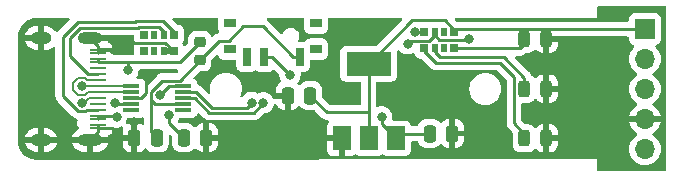
<source format=gbr>
%TF.GenerationSoftware,KiCad,Pcbnew,7.0.8*%
%TF.CreationDate,2024-02-13T10:47:56-06:00*%
%TF.ProjectId,SerialClamp,53657269-616c-4436-9c61-6d702e6b6963,rev?*%
%TF.SameCoordinates,Original*%
%TF.FileFunction,Copper,L1,Top*%
%TF.FilePolarity,Positive*%
%FSLAX46Y46*%
G04 Gerber Fmt 4.6, Leading zero omitted, Abs format (unit mm)*
G04 Created by KiCad (PCBNEW 7.0.8) date 2024-02-13 10:47:56*
%MOMM*%
%LPD*%
G01*
G04 APERTURE LIST*
G04 Aperture macros list*
%AMRoundRect*
0 Rectangle with rounded corners*
0 $1 Rounding radius*
0 $2 $3 $4 $5 $6 $7 $8 $9 X,Y pos of 4 corners*
0 Add a 4 corners polygon primitive as box body*
4,1,4,$2,$3,$4,$5,$6,$7,$8,$9,$2,$3,0*
0 Add four circle primitives for the rounded corners*
1,1,$1+$1,$2,$3*
1,1,$1+$1,$4,$5*
1,1,$1+$1,$6,$7*
1,1,$1+$1,$8,$9*
0 Add four rect primitives between the rounded corners*
20,1,$1+$1,$2,$3,$4,$5,0*
20,1,$1+$1,$4,$5,$6,$7,0*
20,1,$1+$1,$6,$7,$8,$9,0*
20,1,$1+$1,$8,$9,$2,$3,0*%
G04 Aperture macros list end*
%TA.AperFunction,SMDPad,CuDef*%
%ADD10R,1.500000X2.000000*%
%TD*%
%TA.AperFunction,SMDPad,CuDef*%
%ADD11R,3.800000X2.000000*%
%TD*%
%TA.AperFunction,SMDPad,CuDef*%
%ADD12R,1.400000X0.300000*%
%TD*%
%TA.AperFunction,SMDPad,CuDef*%
%ADD13R,1.000000X0.800000*%
%TD*%
%TA.AperFunction,SMDPad,CuDef*%
%ADD14R,0.700000X1.500000*%
%TD*%
%TA.AperFunction,SMDPad,CuDef*%
%ADD15R,0.640000X0.700000*%
%TD*%
%TA.AperFunction,SMDPad,CuDef*%
%ADD16R,0.500000X0.700000*%
%TD*%
%TA.AperFunction,ComponentPad*%
%ADD17R,1.700000X1.700000*%
%TD*%
%TA.AperFunction,ComponentPad*%
%ADD18O,1.700000X1.700000*%
%TD*%
%TA.AperFunction,ComponentPad*%
%ADD19O,1.800000X1.000000*%
%TD*%
%TA.AperFunction,ComponentPad*%
%ADD20O,2.100000X1.000000*%
%TD*%
%TA.AperFunction,SMDPad,CuDef*%
%ADD21R,1.400000X0.250000*%
%TD*%
%TA.AperFunction,SMDPad,CuDef*%
%ADD22RoundRect,0.218750X-0.256250X0.218750X-0.256250X-0.218750X0.256250X-0.218750X0.256250X0.218750X0*%
%TD*%
%TA.AperFunction,SMDPad,CuDef*%
%ADD23RoundRect,0.243750X0.243750X0.456250X-0.243750X0.456250X-0.243750X-0.456250X0.243750X-0.456250X0*%
%TD*%
%TA.AperFunction,SMDPad,CuDef*%
%ADD24RoundRect,0.250000X0.250000X0.475000X-0.250000X0.475000X-0.250000X-0.475000X0.250000X-0.475000X0*%
%TD*%
%TA.AperFunction,SMDPad,CuDef*%
%ADD25RoundRect,0.250000X-0.250000X-0.475000X0.250000X-0.475000X0.250000X0.475000X-0.250000X0.475000X0*%
%TD*%
%TA.AperFunction,ViaPad*%
%ADD26C,0.800000*%
%TD*%
%TA.AperFunction,Conductor*%
%ADD27C,0.250000*%
%TD*%
%TA.AperFunction,Conductor*%
%ADD28C,0.200000*%
%TD*%
G04 APERTURE END LIST*
D10*
%TO.P,U2,1,GND*%
%TO.N,VSS*%
X147400000Y-100200000D03*
D11*
%TO.P,U2,2,VO*%
%TO.N,VCC*%
X149700000Y-93900000D03*
D10*
X149700000Y-100200000D03*
%TO.P,U2,3,VI*%
%TO.N,Net-(SW1-B)*%
X152000000Y-100200000D03*
%TD*%
D12*
%TO.P,U1,10,V3*%
%TO.N,Net-(U1-V3)*%
X134000000Y-95800000D03*
%TO.P,U1,9,RXD*%
%TO.N,RX*%
X134000000Y-96300000D03*
%TO.P,U1,8,TXD*%
%TO.N,TX*%
X134000000Y-96800000D03*
%TO.P,U1,7,VCC*%
%TO.N,VUSB*%
X134000000Y-97300000D03*
%TO.P,U1,6,TNOW*%
%TO.N,unconnected-(U1-TNOW-Pad6)*%
X134000000Y-97800000D03*
%TO.P,U1,5,~{CTS}*%
%TO.N,unconnected-(U1-~{CTS}-Pad5)*%
X129600000Y-97800000D03*
%TO.P,U1,4,~{RTS}*%
%TO.N,Reset*%
X129600000Y-97300000D03*
%TO.P,U1,3,GND*%
%TO.N,VSS*%
X129600000Y-96800000D03*
%TO.P,U1,2,UD-*%
%TO.N,D-*%
X129600000Y-96300000D03*
%TO.P,U1,1,UD+*%
%TO.N,D+*%
X129600000Y-95800000D03*
%TD*%
D13*
%TO.P,SW1,*%
%TO.N,*%
X137950000Y-92655000D03*
X145250000Y-90445000D03*
X137950000Y-90445000D03*
X145250000Y-92655000D03*
D14*
%TO.P,SW1,1,A*%
%TO.N,VUSB*%
X143850000Y-93305000D03*
%TO.P,SW1,2,B*%
%TO.N,Net-(SW1-B)*%
X140850000Y-93305000D03*
%TO.P,SW1,3,C*%
%TO.N,unconnected-(SW1-C-Pad3)*%
X139350000Y-93305000D03*
%TD*%
D15*
%TO.P,RN2,1,R1.1*%
%TO.N,VCC*%
X156940000Y-91200000D03*
D16*
%TO.P,RN2,2,R2.1*%
%TO.N,unconnected-(RN2-R2.1-Pad2)*%
X156070000Y-91200000D03*
%TO.P,RN2,3,R3.1*%
%TO.N,TX*%
X155270000Y-91200000D03*
D15*
%TO.P,RN2,4,R4.1*%
%TO.N,RX*%
X154400000Y-91200000D03*
%TO.P,RN2,5,R4.2*%
%TO.N,Net-(D1-A)*%
X154400000Y-92600000D03*
D16*
%TO.P,RN2,6,R3.2*%
%TO.N,Net-(D2-A)*%
X155270000Y-92600000D03*
%TO.P,RN2,7,R2.2*%
%TO.N,unconnected-(RN2-R2.2-Pad7)*%
X156070000Y-92600000D03*
D15*
%TO.P,RN2,8,R1.2*%
%TO.N,Net-(D3-A)*%
X156940000Y-92600000D03*
%TD*%
%TO.P,RN1,1,R1.1*%
%TO.N,unconnected-(RN1-R1.1-Pad1)*%
X130670000Y-92840000D03*
D16*
%TO.P,RN1,2,R2.1*%
%TO.N,unconnected-(RN1-R2.1-Pad2)*%
X131540000Y-92840000D03*
%TO.P,RN1,3,R3.1*%
%TO.N,VSS*%
X132340000Y-92840000D03*
D15*
%TO.P,RN1,4,R4.1*%
X133210000Y-92840000D03*
%TO.P,RN1,5,R4.2*%
%TO.N,Net-(J1-CC2)*%
X133210000Y-91440000D03*
D16*
%TO.P,RN1,6,R3.2*%
%TO.N,Net-(J1-CC1)*%
X132340000Y-91440000D03*
%TO.P,RN1,7,R2.2*%
%TO.N,unconnected-(RN1-R2.2-Pad7)*%
X131540000Y-91440000D03*
D15*
%TO.P,RN1,8,R1.2*%
%TO.N,unconnected-(RN1-R1.2-Pad8)*%
X130670000Y-91440000D03*
%TD*%
D17*
%TO.P,J2,1,Pin_1*%
%TO.N,VCC*%
X173070000Y-90950000D03*
D18*
%TO.P,J2,2,Pin_2*%
%TO.N,TX*%
X173070000Y-93490000D03*
%TO.P,J2,3,Pin_3*%
%TO.N,RX*%
X173070000Y-96030000D03*
%TO.P,J2,4,Pin_4*%
%TO.N,VSS*%
X173070000Y-98570000D03*
%TO.P,J2,5,Pin_5*%
%TO.N,Reset*%
X173070000Y-101110000D03*
%TD*%
D19*
%TO.P,J1,S1,SHIELD*%
%TO.N,VSS*%
X121947500Y-100345000D03*
D20*
X126097500Y-100345000D03*
D19*
X121947500Y-91705000D03*
D20*
X126097500Y-91705000D03*
D21*
%TO.P,J1,B12,GND*%
X126797500Y-92950000D03*
%TO.P,J1,B9,VBUS*%
%TO.N,Net-(F1-Pad1)*%
X126797500Y-93750000D03*
%TO.P,J1,B8,SBU2*%
%TO.N,unconnected-(J1-SBU2-PadB8)*%
X126797500Y-97275000D03*
%TO.P,J1,B7,D-*%
%TO.N,D-*%
X126797500Y-95275000D03*
%TO.P,J1,B6,D+*%
%TO.N,D+*%
X126797500Y-96775000D03*
%TO.P,J1,B5,CC2*%
%TO.N,Net-(J1-CC2)*%
X126797500Y-97775000D03*
%TO.P,J1,B4,VBUS*%
%TO.N,Net-(F1-Pad1)*%
X126797500Y-98300000D03*
%TO.P,J1,B1,GND*%
%TO.N,VSS*%
X126797500Y-99100000D03*
%TO.P,J1,A12,GND*%
X126797500Y-99350000D03*
%TO.P,J1,A9,VBUS*%
%TO.N,Net-(F1-Pad1)*%
X126797500Y-98550000D03*
%TO.P,J1,A8,SBU1*%
%TO.N,unconnected-(J1-SBU1-PadA8)*%
X126797500Y-94275000D03*
%TO.P,J1,A7,D-*%
%TO.N,D-*%
X126797500Y-96275000D03*
%TO.P,J1,A6,D+*%
%TO.N,D+*%
X126797500Y-95775000D03*
%TO.P,J1,A5,CC1*%
%TO.N,Net-(J1-CC1)*%
X126797500Y-94775000D03*
%TO.P,J1,A4,VBUS*%
%TO.N,Net-(F1-Pad1)*%
X126797500Y-93500000D03*
%TO.P,J1,A1,GND*%
%TO.N,VSS*%
X126797500Y-92700000D03*
%TD*%
D22*
%TO.P,F1,2*%
%TO.N,VUSB*%
X135400000Y-93600000D03*
%TO.P,F1,1*%
%TO.N,Net-(F1-Pad1)*%
X135400000Y-92025000D03*
%TD*%
D23*
%TO.P,D3,1,K*%
%TO.N,VSS*%
X164737500Y-91800000D03*
%TO.P,D3,2,A*%
%TO.N,Net-(D3-A)*%
X162862500Y-91800000D03*
%TD*%
%TO.P,D2,1,K*%
%TO.N,VSS*%
X164737500Y-96000000D03*
%TO.P,D2,2,A*%
%TO.N,Net-(D2-A)*%
X162862500Y-96000000D03*
%TD*%
%TO.P,D1,1,K*%
%TO.N,VSS*%
X164737500Y-100200000D03*
%TO.P,D1,2,A*%
%TO.N,Net-(D1-A)*%
X162862500Y-100200000D03*
%TD*%
D24*
%TO.P,C4,1*%
%TO.N,VCC*%
X144750000Y-96600000D03*
%TO.P,C4,2*%
%TO.N,VSS*%
X142850000Y-96600000D03*
%TD*%
D25*
%TO.P,C3,1*%
%TO.N,Net-(SW1-B)*%
X154850000Y-99800000D03*
%TO.P,C3,2*%
%TO.N,VSS*%
X156750000Y-99800000D03*
%TD*%
%TO.P,C2,2*%
%TO.N,VSS*%
X135950000Y-100160000D03*
%TO.P,C2,1*%
%TO.N,Net-(U1-V3)*%
X134050000Y-100160000D03*
%TD*%
D24*
%TO.P,C1,2*%
%TO.N,VSS*%
X129850000Y-100170000D03*
%TO.P,C1,1*%
%TO.N,VUSB*%
X131750000Y-100170000D03*
%TD*%
D26*
%TO.N,VSS*%
X159000000Y-100200000D03*
X147400000Y-96800000D03*
X152400000Y-96600000D03*
X121600000Y-97800000D03*
X121600000Y-93800000D03*
X136400000Y-90800000D03*
X135000000Y-98800000D03*
X129800000Y-98800000D03*
X131000000Y-95000000D03*
X129000000Y-92000000D03*
%TO.N,Net-(F1-Pad1)*%
X128350000Y-98400000D03*
X129300000Y-94450000D03*
%TO.N,Reset*%
X128200000Y-97200000D03*
%TO.N,RX*%
X139787335Y-97187359D03*
X153600000Y-91200000D03*
%TO.N,TX*%
X140786716Y-97202904D03*
X153000000Y-92200000D03*
X158200000Y-91800000D03*
%TO.N,Net-(U1-V3)*%
X131997996Y-96575000D03*
X132763790Y-98218105D03*
%TO.N,D+*%
X125400000Y-97200000D03*
X125400000Y-95800000D03*
%TO.N,Net-(SW1-B)*%
X150800000Y-98400000D03*
X143030851Y-94830851D03*
%TD*%
D27*
%TO.N,VSS*%
X126797500Y-99645000D02*
X126097500Y-100345000D01*
X126797500Y-99100000D02*
X126797500Y-99645000D01*
X126797500Y-92405000D02*
X126097500Y-91705000D01*
X126797500Y-92950000D02*
X126797500Y-92405000D01*
%TO.N,VUSB*%
X140720000Y-90720000D02*
X143305000Y-93305000D01*
X137870000Y-91930000D02*
X139080000Y-90720000D01*
X139080000Y-90720000D02*
X140720000Y-90720000D01*
X135400000Y-93585380D02*
X137055380Y-91930000D01*
X137055380Y-91930000D02*
X137870000Y-91930000D01*
X135400000Y-93600000D02*
X135400000Y-93585380D01*
X143305000Y-93305000D02*
X143590000Y-93305000D01*
%TO.N,Net-(SW1-B)*%
X141505000Y-93305000D02*
X140850000Y-93305000D01*
X143030851Y-94830851D02*
X141505000Y-93305000D01*
%TO.N,Net-(D1-A)*%
X162000000Y-98937500D02*
X162862500Y-99800000D01*
X162000000Y-95000000D02*
X162000000Y-98937500D01*
X160800000Y-93800000D02*
X162000000Y-95000000D01*
X155410380Y-93800000D02*
X160800000Y-93800000D01*
X154400000Y-92600000D02*
X154400000Y-92789620D01*
X154400000Y-92789620D02*
X155410380Y-93800000D01*
%TO.N,Net-(D2-A)*%
X162862500Y-95062500D02*
X162862500Y-96000000D01*
X155760380Y-93350000D02*
X161150000Y-93350000D01*
X155270000Y-92859620D02*
X155760380Y-93350000D01*
X155270000Y-92600000D02*
X155270000Y-92859620D01*
X161150000Y-93350000D02*
X162862500Y-95062500D01*
%TO.N,Net-(D3-A)*%
X156940000Y-92600000D02*
X162462500Y-92600000D01*
X162462500Y-92600000D02*
X162862500Y-92200000D01*
%TO.N,VSS*%
X130800000Y-95200000D02*
X131000000Y-95000000D01*
X130800000Y-96409620D02*
X130800000Y-95200000D01*
X130409620Y-96800000D02*
X130800000Y-96409620D01*
X129600000Y-96800000D02*
X130409620Y-96800000D01*
X132485000Y-92115000D02*
X129115000Y-92115000D01*
X133210000Y-92840000D02*
X132485000Y-92115000D01*
X129115000Y-92115000D02*
X129000000Y-92000000D01*
X133210000Y-92840000D02*
X132340000Y-92840000D01*
%TO.N,Net-(F1-Pad1)*%
X129300000Y-94450000D02*
X129300000Y-93750000D01*
X129300000Y-93750000D02*
X133675000Y-93750000D01*
X126797500Y-93750000D02*
X129300000Y-93750000D01*
X126797500Y-98300000D02*
X128250000Y-98300000D01*
X128250000Y-98300000D02*
X128350000Y-98400000D01*
X126797500Y-98550000D02*
X126797500Y-98300000D01*
%TO.N,RX*%
X139374694Y-97600000D02*
X139787335Y-97187359D01*
X136400000Y-97600000D02*
X139374694Y-97600000D01*
%TO.N,TX*%
X134946016Y-96800000D02*
X134000000Y-96800000D01*
X140512335Y-97487664D02*
X139949999Y-98050000D01*
X136196016Y-98050000D02*
X134946016Y-96800000D01*
X140786716Y-97202904D02*
X140512335Y-97477285D01*
X140512335Y-97477285D02*
X140512335Y-97487664D01*
X139949999Y-98050000D02*
X136196016Y-98050000D01*
%TO.N,RX*%
X134000000Y-96300000D02*
X135100000Y-96300000D01*
X135100000Y-96300000D02*
X136400000Y-97600000D01*
%TO.N,VUSB*%
X131572996Y-97300000D02*
X131272996Y-97000000D01*
X134000000Y-97300000D02*
X131572996Y-97300000D01*
X131272996Y-97000000D02*
X131272996Y-99692996D01*
X131272996Y-96274695D02*
X131272996Y-97000000D01*
X131272996Y-99692996D02*
X131750000Y-100170000D01*
X133675000Y-95325000D02*
X132222691Y-95325000D01*
%TO.N,Net-(U1-V3)*%
X132772996Y-95800000D02*
X131997996Y-96575000D01*
X134000000Y-95800000D02*
X132772996Y-95800000D01*
%TO.N,VUSB*%
X135400000Y-93600000D02*
X133675000Y-95325000D01*
X132222691Y-95325000D02*
X131272996Y-96274695D01*
%TO.N,Net-(F1-Pad1)*%
X133675000Y-93750000D02*
X135400000Y-92025000D01*
X126797500Y-93500000D02*
X126797500Y-93750000D01*
%TO.N,VCC*%
X146150000Y-98000000D02*
X144750000Y-96600000D01*
X149700000Y-98000000D02*
X146150000Y-98000000D01*
%TO.N,Reset*%
X128200000Y-97200000D02*
X128300000Y-97300000D01*
X128300000Y-97300000D02*
X129600000Y-97300000D01*
%TO.N,RX*%
X153600000Y-91200000D02*
X154400000Y-91200000D01*
%TO.N,TX*%
X153275000Y-91925000D02*
X153000000Y-92200000D01*
X154804620Y-91925000D02*
X153275000Y-91925000D01*
X155270000Y-91459620D02*
X154804620Y-91925000D01*
X155685380Y-91875000D02*
X155270000Y-91459620D01*
X158125000Y-91875000D02*
X155685380Y-91875000D01*
X155270000Y-91459620D02*
X155270000Y-91200000D01*
X158200000Y-91800000D02*
X158125000Y-91875000D01*
%TO.N,Net-(U1-V3)*%
X132763790Y-98873790D02*
X134050000Y-100160000D01*
X132763790Y-98218105D02*
X132763790Y-98873790D01*
D28*
%TO.N,D+*%
X125623236Y-97200000D02*
X126048236Y-96775000D01*
D27*
%TO.N,Net-(J1-CC2)*%
X125850305Y-97775000D02*
X126797500Y-97775000D01*
X123800000Y-96625305D02*
X125099695Y-97925000D01*
X125051179Y-90400000D02*
X123800000Y-91651179D01*
X129943984Y-90400000D02*
X125051179Y-90400000D01*
X125700305Y-97925000D02*
X125850305Y-97775000D01*
X130028984Y-90315000D02*
X129943984Y-90400000D01*
X132315000Y-90315000D02*
X130028984Y-90315000D01*
X133210000Y-91210000D02*
X132315000Y-90315000D01*
X133210000Y-91440000D02*
X133210000Y-91210000D01*
D28*
%TO.N,D+*%
X125425000Y-95775000D02*
X125400000Y-95800000D01*
%TO.N,D-*%
X125914950Y-96275000D02*
X126797500Y-96275000D01*
X125110050Y-96500000D02*
X125689950Y-96500000D01*
%TO.N,D+*%
X125400000Y-97200000D02*
X125623236Y-97200000D01*
%TO.N,D-*%
X124700000Y-96089950D02*
X125110050Y-96500000D01*
X124700000Y-95510050D02*
X124700000Y-96089950D01*
X125110050Y-95100000D02*
X124700000Y-95510050D01*
%TO.N,D+*%
X126797500Y-95775000D02*
X125425000Y-95775000D01*
%TO.N,D-*%
X125689950Y-95100000D02*
X125110050Y-95100000D01*
X125864950Y-95275000D02*
X125689950Y-95100000D01*
%TO.N,D+*%
X126048236Y-96775000D02*
X126797500Y-96775000D01*
%TO.N,D-*%
X126797500Y-95275000D02*
X125864950Y-95275000D01*
D27*
%TO.N,Net-(J1-CC1)*%
X125965990Y-94775000D02*
X126797500Y-94775000D01*
D28*
%TO.N,D-*%
X125689950Y-96500000D02*
X125914950Y-96275000D01*
D27*
%TO.N,Net-(J1-CC1)*%
X124400000Y-93209010D02*
X125965990Y-94775000D01*
X124400000Y-91687575D02*
X124400000Y-93209010D01*
%TO.N,Net-(J1-CC2)*%
X123800000Y-91651179D02*
X123800000Y-96625305D01*
%TO.N,Net-(J1-CC1)*%
X130130380Y-90850000D02*
X125237575Y-90850000D01*
X132340000Y-91440000D02*
X132340000Y-91180380D01*
X130215380Y-90765000D02*
X130130380Y-90850000D01*
%TO.N,Net-(J1-CC2)*%
X125099695Y-97925000D02*
X125700305Y-97925000D01*
%TO.N,Net-(J1-CC1)*%
X125237575Y-90850000D02*
X124400000Y-91687575D01*
X132340000Y-91180380D02*
X131924620Y-90765000D01*
X131924620Y-90765000D02*
X130215380Y-90765000D01*
D28*
%TO.N,D+*%
X126822500Y-95800000D02*
X126797500Y-95775000D01*
X129600000Y-95800000D02*
X126822500Y-95800000D01*
%TO.N,D-*%
X126822500Y-96300000D02*
X126797500Y-96275000D01*
X129600000Y-96300000D02*
X126822500Y-96300000D01*
D27*
%TO.N,Net-(SW1-B)*%
X150800000Y-99000000D02*
X152000000Y-100200000D01*
X150800000Y-98400000D02*
X150800000Y-99000000D01*
%TO.N,VCC*%
X149700000Y-93900000D02*
X149700000Y-98000000D01*
X149700000Y-98000000D02*
X149700000Y-100200000D01*
%TO.N,Net-(SW1-B)*%
X152400000Y-99800000D02*
X152000000Y-100200000D01*
X154850000Y-99800000D02*
X152400000Y-99800000D01*
%TO.N,VCC*%
X156940000Y-91010380D02*
X156129620Y-90200000D01*
X156129620Y-90200000D02*
X153400000Y-90200000D01*
X156940000Y-91200000D02*
X156940000Y-91010380D01*
X153400000Y-90200000D02*
X149700000Y-93900000D01*
X173070000Y-90950000D02*
X157190000Y-90950000D01*
X157190000Y-90950000D02*
X156940000Y-91200000D01*
%TD*%
%TA.AperFunction,Conductor*%
%TO.N,VSS*%
G36*
X174842539Y-89020185D02*
G01*
X174888294Y-89072989D01*
X174899500Y-89124500D01*
X174899500Y-102875500D01*
X174879815Y-102942539D01*
X174827011Y-102988294D01*
X174775500Y-102999500D01*
X169124500Y-102999500D01*
X169057461Y-102979815D01*
X169011706Y-102927011D01*
X169000500Y-102875500D01*
X169000500Y-102024759D01*
X169000528Y-102024616D01*
X169000524Y-102024616D01*
X169000539Y-102000002D01*
X169000541Y-102000000D01*
X169000462Y-101999808D01*
X169000384Y-101999618D01*
X169000382Y-101999616D01*
X169000099Y-101999500D01*
X169000001Y-101999459D01*
X168975963Y-101999416D01*
X168975492Y-101999509D01*
X121583600Y-102018127D01*
X121579150Y-102017969D01*
X121511511Y-102013130D01*
X121349795Y-102000403D01*
X121341470Y-101999175D01*
X121241595Y-101977447D01*
X121115623Y-101947205D01*
X121108431Y-101945009D01*
X121006278Y-101906907D01*
X120892053Y-101859592D01*
X120886062Y-101856726D01*
X120815904Y-101818417D01*
X120789199Y-101803835D01*
X120786528Y-101802289D01*
X120684060Y-101739495D01*
X120679297Y-101736263D01*
X120590128Y-101669512D01*
X120587017Y-101667023D01*
X120496305Y-101589548D01*
X120492729Y-101586242D01*
X120413756Y-101507269D01*
X120410450Y-101503693D01*
X120332975Y-101412981D01*
X120330486Y-101409870D01*
X120323097Y-101400000D01*
X120263731Y-101320695D01*
X120260503Y-101315938D01*
X120218798Y-101247883D01*
X120197691Y-101213438D01*
X120196178Y-101210826D01*
X120143920Y-101115123D01*
X120143272Y-101113936D01*
X120140406Y-101107945D01*
X120093093Y-100993721D01*
X120080445Y-100959814D01*
X120054980Y-100891543D01*
X120052798Y-100884391D01*
X120022552Y-100758404D01*
X120019344Y-100743657D01*
X120000821Y-100658515D01*
X119999598Y-100650226D01*
X119995252Y-100595000D01*
X120574134Y-100595000D01*
X120574431Y-100596946D01*
X120574433Y-100596952D01*
X120645062Y-100787657D01*
X120645065Y-100787664D01*
X120752649Y-100960267D01*
X120892764Y-101107668D01*
X120892766Y-101107669D01*
X121059695Y-101223856D01*
X121246592Y-101304059D01*
X121445810Y-101345000D01*
X121697500Y-101345000D01*
X121697500Y-100645000D01*
X122197500Y-100645000D01*
X122197500Y-101345000D01*
X122398213Y-101345000D01*
X122549838Y-101329581D01*
X122743881Y-101268700D01*
X122743891Y-101268695D01*
X122921715Y-101169994D01*
X122921716Y-101169994D01*
X123076030Y-101037521D01*
X123076031Y-101037520D01*
X123200518Y-100876695D01*
X123290088Y-100694093D01*
X123315746Y-100595000D01*
X122513611Y-100595000D01*
X122553110Y-100570543D01*
X122620701Y-100481038D01*
X122651395Y-100373160D01*
X122641046Y-100261479D01*
X122591052Y-100161078D01*
X122518569Y-100095000D01*
X123320866Y-100095000D01*
X123320568Y-100093053D01*
X123320566Y-100093047D01*
X123249937Y-99902342D01*
X123249934Y-99902335D01*
X123142350Y-99729732D01*
X123002235Y-99582331D01*
X123002233Y-99582330D01*
X122835304Y-99466143D01*
X122648407Y-99385940D01*
X122449190Y-99345000D01*
X122197500Y-99345000D01*
X122197500Y-100045000D01*
X121697500Y-100045000D01*
X121697500Y-99345000D01*
X121496787Y-99345000D01*
X121345161Y-99360418D01*
X121151118Y-99421299D01*
X121151108Y-99421304D01*
X120973284Y-99520005D01*
X120973283Y-99520005D01*
X120818969Y-99652478D01*
X120818968Y-99652479D01*
X120694481Y-99813304D01*
X120604911Y-99995906D01*
X120579254Y-100095000D01*
X121381389Y-100095000D01*
X121341890Y-100119457D01*
X121274299Y-100208962D01*
X121243605Y-100316840D01*
X121253954Y-100428521D01*
X121303948Y-100528922D01*
X121376431Y-100595000D01*
X120574134Y-100595000D01*
X119995252Y-100595000D01*
X119986860Y-100488372D01*
X119986437Y-100482461D01*
X119982032Y-100420880D01*
X119981875Y-100416373D01*
X120000390Y-91651706D01*
X120000500Y-91651337D01*
X120000500Y-91602212D01*
X120000658Y-91597788D01*
X120001022Y-91592708D01*
X120005481Y-91530362D01*
X120008917Y-91486706D01*
X120018229Y-91368379D01*
X120019452Y-91360084D01*
X120041126Y-91260451D01*
X120071444Y-91134171D01*
X120073629Y-91127012D01*
X120111626Y-91025139D01*
X120115074Y-91016816D01*
X120159087Y-90910558D01*
X120161923Y-90904631D01*
X120214715Y-90807948D01*
X120216174Y-90805428D01*
X120279211Y-90702562D01*
X120282412Y-90697845D01*
X120349028Y-90608856D01*
X120351476Y-90605797D01*
X120429196Y-90514798D01*
X120432456Y-90511272D01*
X120511272Y-90432456D01*
X120514798Y-90429196D01*
X120605797Y-90351476D01*
X120608856Y-90349028D01*
X120697845Y-90282412D01*
X120702562Y-90279211D01*
X120805428Y-90216174D01*
X120807948Y-90214715D01*
X120904631Y-90161923D01*
X120910558Y-90159087D01*
X121025121Y-90111633D01*
X121127012Y-90073629D01*
X121134171Y-90071444D01*
X121260451Y-90041126D01*
X121360084Y-90019452D01*
X121368379Y-90018229D01*
X121496802Y-90008121D01*
X121530362Y-90005481D01*
X121575583Y-90002246D01*
X121597792Y-90000657D01*
X121602213Y-90000500D01*
X124266726Y-90000500D01*
X124333765Y-90020185D01*
X124379520Y-90072989D01*
X124389464Y-90142147D01*
X124360439Y-90205703D01*
X124354407Y-90212181D01*
X123416208Y-91150378D01*
X123403951Y-91160199D01*
X123404134Y-91160420D01*
X123398122Y-91165393D01*
X123383086Y-91181405D01*
X123322844Y-91216798D01*
X123253030Y-91214004D01*
X123195810Y-91173908D01*
X123187464Y-91162111D01*
X123142350Y-91089732D01*
X123002235Y-90942331D01*
X123002233Y-90942330D01*
X122835304Y-90826143D01*
X122648407Y-90745940D01*
X122449190Y-90705000D01*
X122197500Y-90705000D01*
X122197500Y-91405000D01*
X121697500Y-91405000D01*
X121697500Y-90705000D01*
X121496787Y-90705000D01*
X121345161Y-90720418D01*
X121151118Y-90781299D01*
X121151108Y-90781304D01*
X120973284Y-90880005D01*
X120973283Y-90880005D01*
X120818969Y-91012478D01*
X120818968Y-91012479D01*
X120694481Y-91173304D01*
X120604911Y-91355906D01*
X120579254Y-91455000D01*
X121381389Y-91455000D01*
X121341890Y-91479457D01*
X121274299Y-91568962D01*
X121243605Y-91676840D01*
X121253954Y-91788521D01*
X121303948Y-91888922D01*
X121376431Y-91955000D01*
X120574134Y-91955000D01*
X120574431Y-91956946D01*
X120574433Y-91956952D01*
X120645062Y-92147657D01*
X120645065Y-92147664D01*
X120752649Y-92320267D01*
X120892764Y-92467668D01*
X120892766Y-92467669D01*
X121059695Y-92583856D01*
X121246592Y-92664059D01*
X121445810Y-92705000D01*
X121697500Y-92705000D01*
X121697500Y-92005000D01*
X122197500Y-92005000D01*
X122197500Y-92705000D01*
X122398213Y-92705000D01*
X122549838Y-92689581D01*
X122743881Y-92628700D01*
X122743891Y-92628695D01*
X122921715Y-92529994D01*
X122921716Y-92529994D01*
X122969730Y-92488776D01*
X123033419Y-92460044D01*
X123102531Y-92470306D01*
X123155123Y-92516304D01*
X123174500Y-92582862D01*
X123174500Y-96542560D01*
X123172775Y-96558177D01*
X123173061Y-96558204D01*
X123172326Y-96565970D01*
X123174500Y-96635119D01*
X123174500Y-96664648D01*
X123174501Y-96664665D01*
X123175368Y-96671536D01*
X123175826Y-96677355D01*
X123177290Y-96723929D01*
X123177291Y-96723932D01*
X123182880Y-96743172D01*
X123186824Y-96762216D01*
X123189336Y-96782096D01*
X123206490Y-96825424D01*
X123208382Y-96830952D01*
X123221381Y-96875693D01*
X123231580Y-96892939D01*
X123240136Y-96910405D01*
X123243865Y-96919822D01*
X123247514Y-96929037D01*
X123274898Y-96966728D01*
X123278106Y-96971612D01*
X123301827Y-97011721D01*
X123301833Y-97011729D01*
X123315990Y-97025885D01*
X123328627Y-97040680D01*
X123340406Y-97056892D01*
X123354435Y-97068498D01*
X123376309Y-97086593D01*
X123380620Y-97090515D01*
X124321819Y-98031715D01*
X124598892Y-98308788D01*
X124608717Y-98321051D01*
X124608938Y-98320869D01*
X124613909Y-98326878D01*
X124639912Y-98351295D01*
X124664330Y-98374226D01*
X124685224Y-98395120D01*
X124690706Y-98399373D01*
X124695138Y-98403157D01*
X124729113Y-98435062D01*
X124746671Y-98444714D01*
X124762930Y-98455395D01*
X124778759Y-98467673D01*
X124821533Y-98486182D01*
X124826751Y-98488738D01*
X124867603Y-98511197D01*
X124887011Y-98516180D01*
X124905414Y-98522481D01*
X124923796Y-98530436D01*
X124923797Y-98530436D01*
X124923799Y-98530437D01*
X124965585Y-98537055D01*
X125028718Y-98566983D01*
X125065650Y-98626295D01*
X125064652Y-98696157D01*
X125060748Y-98706979D01*
X125036813Y-98764764D01*
X125036812Y-98764765D01*
X125017034Y-98914999D01*
X125017034Y-98915000D01*
X125036812Y-99065234D01*
X125036813Y-99065236D01*
X125094800Y-99205230D01*
X125094802Y-99205233D01*
X125140339Y-99264578D01*
X125165533Y-99329747D01*
X125151495Y-99398192D01*
X125102681Y-99448181D01*
X125102141Y-99448483D01*
X124973284Y-99520004D01*
X124973283Y-99520005D01*
X124818969Y-99652478D01*
X124818968Y-99652479D01*
X124694481Y-99813304D01*
X124604911Y-99995906D01*
X124579254Y-100095000D01*
X125381389Y-100095000D01*
X125341890Y-100119457D01*
X125274299Y-100208962D01*
X125243605Y-100316840D01*
X125253954Y-100428521D01*
X125303948Y-100528922D01*
X125376431Y-100595000D01*
X124574134Y-100595000D01*
X124574431Y-100596946D01*
X124574433Y-100596952D01*
X124645062Y-100787657D01*
X124645065Y-100787664D01*
X124752649Y-100960267D01*
X124892764Y-101107668D01*
X124892766Y-101107669D01*
X125059695Y-101223856D01*
X125246592Y-101304059D01*
X125445810Y-101345000D01*
X125847500Y-101345000D01*
X125847500Y-100645000D01*
X126347500Y-100645000D01*
X126347500Y-101345000D01*
X126698213Y-101345000D01*
X126849838Y-101329581D01*
X127043881Y-101268700D01*
X127043891Y-101268695D01*
X127221715Y-101169994D01*
X127221716Y-101169994D01*
X127376030Y-101037521D01*
X127376031Y-101037520D01*
X127500518Y-100876695D01*
X127590088Y-100694093D01*
X127615746Y-100595000D01*
X126813611Y-100595000D01*
X126853110Y-100570543D01*
X126920701Y-100481038D01*
X126938068Y-100420000D01*
X128850001Y-100420000D01*
X128850001Y-100694986D01*
X128860494Y-100797697D01*
X128915641Y-100964119D01*
X128915643Y-100964124D01*
X129007684Y-101113345D01*
X129131654Y-101237315D01*
X129280875Y-101329356D01*
X129280880Y-101329358D01*
X129447302Y-101384505D01*
X129447309Y-101384506D01*
X129550019Y-101394999D01*
X129599999Y-101394998D01*
X129600000Y-101394998D01*
X129600000Y-100420000D01*
X128850001Y-100420000D01*
X126938068Y-100420000D01*
X126951395Y-100373160D01*
X126941046Y-100261479D01*
X126891052Y-100161078D01*
X126818569Y-100095000D01*
X127620866Y-100095000D01*
X127620568Y-100093053D01*
X127618992Y-100086966D01*
X127620576Y-100086555D01*
X127616308Y-100024870D01*
X127649935Y-99963625D01*
X127694080Y-99935327D01*
X127739586Y-99918354D01*
X127739593Y-99918350D01*
X127854687Y-99832190D01*
X127854690Y-99832187D01*
X127940850Y-99717093D01*
X127940854Y-99717086D01*
X127991096Y-99582379D01*
X127991098Y-99582372D01*
X127997499Y-99522844D01*
X127997500Y-99522827D01*
X127997500Y-99471009D01*
X127996154Y-99468546D01*
X127967152Y-99475000D01*
X126796500Y-99475000D01*
X126729461Y-99455315D01*
X126683706Y-99402511D01*
X126672500Y-99351000D01*
X126672500Y-99349000D01*
X126692185Y-99281961D01*
X126744989Y-99236206D01*
X126796500Y-99225000D01*
X127962660Y-99225000D01*
X128013096Y-99235721D01*
X128017588Y-99237721D01*
X128062083Y-99275540D01*
X128081135Y-99268435D01*
X128115761Y-99270828D01*
X128255354Y-99300500D01*
X128255355Y-99300500D01*
X128444644Y-99300500D01*
X128444646Y-99300500D01*
X128629803Y-99261144D01*
X128755075Y-99205368D01*
X128824322Y-99196083D01*
X128887599Y-99225711D01*
X128924813Y-99284846D01*
X128924149Y-99354712D01*
X128917896Y-99371041D01*
X128915645Y-99375867D01*
X128860494Y-99542302D01*
X128860493Y-99542309D01*
X128850000Y-99645013D01*
X128850000Y-99920000D01*
X129600000Y-99920000D01*
X129600000Y-98945000D01*
X129599999Y-98944999D01*
X129550029Y-98945000D01*
X129550011Y-98945001D01*
X129447301Y-98955494D01*
X129288938Y-99007970D01*
X129219110Y-99010372D01*
X129159068Y-98974640D01*
X129127876Y-98912119D01*
X129135437Y-98842660D01*
X129142542Y-98828277D01*
X129177179Y-98768284D01*
X129235674Y-98588256D01*
X129238482Y-98561539D01*
X129265065Y-98496924D01*
X129322362Y-98456939D01*
X129361803Y-98450499D01*
X130347871Y-98450499D01*
X130347872Y-98450499D01*
X130407483Y-98444091D01*
X130480163Y-98416982D01*
X130549854Y-98411999D01*
X130611177Y-98445484D01*
X130644662Y-98506807D01*
X130647496Y-98533165D01*
X130647496Y-98929329D01*
X130627811Y-98996368D01*
X130575007Y-99042123D01*
X130505849Y-99052067D01*
X130458400Y-99034868D01*
X130419128Y-99010646D01*
X130419119Y-99010641D01*
X130252697Y-98955494D01*
X130252690Y-98955493D01*
X130149986Y-98945000D01*
X130100000Y-98945000D01*
X130100000Y-101394999D01*
X130149972Y-101394999D01*
X130149986Y-101394998D01*
X130252697Y-101384505D01*
X130419119Y-101329358D01*
X130419124Y-101329356D01*
X130568345Y-101237315D01*
X130692318Y-101113342D01*
X130694165Y-101110348D01*
X130695969Y-101108724D01*
X130696798Y-101107677D01*
X130696976Y-101107818D01*
X130746110Y-101063621D01*
X130815073Y-101052396D01*
X130879156Y-101080236D01*
X130905243Y-101110341D01*
X130907288Y-101113656D01*
X131031344Y-101237712D01*
X131180666Y-101329814D01*
X131347203Y-101384999D01*
X131449991Y-101395500D01*
X132050008Y-101395499D01*
X132050016Y-101395498D01*
X132050019Y-101395498D01*
X132147892Y-101385500D01*
X132152797Y-101384999D01*
X132319334Y-101329814D01*
X132468656Y-101237712D01*
X132592712Y-101113656D01*
X132684814Y-100964334D01*
X132739999Y-100797797D01*
X132750500Y-100695009D01*
X132750499Y-100044449D01*
X132770183Y-99977412D01*
X132822987Y-99931657D01*
X132892146Y-99921713D01*
X132955702Y-99950738D01*
X132962180Y-99956770D01*
X133013181Y-100007771D01*
X133046666Y-100069094D01*
X133049500Y-100095452D01*
X133049500Y-100685001D01*
X133049501Y-100685019D01*
X133060000Y-100787796D01*
X133060001Y-100787799D01*
X133115185Y-100954331D01*
X133115187Y-100954336D01*
X133118285Y-100959358D01*
X133207288Y-101103656D01*
X133331344Y-101227712D01*
X133480666Y-101319814D01*
X133647203Y-101374999D01*
X133749991Y-101385500D01*
X134350008Y-101385499D01*
X134350016Y-101385498D01*
X134350019Y-101385498D01*
X134406302Y-101379748D01*
X134452797Y-101374999D01*
X134619334Y-101319814D01*
X134768656Y-101227712D01*
X134892712Y-101103656D01*
X134894752Y-101100347D01*
X134896745Y-101098555D01*
X134897193Y-101097989D01*
X134897289Y-101098065D01*
X134946694Y-101053623D01*
X135015656Y-101042395D01*
X135079740Y-101070234D01*
X135105829Y-101100339D01*
X135107681Y-101103341D01*
X135107683Y-101103344D01*
X135231654Y-101227315D01*
X135380875Y-101319356D01*
X135380880Y-101319358D01*
X135547302Y-101374505D01*
X135547309Y-101374506D01*
X135650019Y-101384999D01*
X135699999Y-101384998D01*
X135700000Y-101384998D01*
X135700000Y-100410000D01*
X136200000Y-100410000D01*
X136200000Y-101384999D01*
X136249972Y-101384999D01*
X136249986Y-101384998D01*
X136352697Y-101374505D01*
X136519119Y-101319358D01*
X136519124Y-101319356D01*
X136668345Y-101227315D01*
X136792315Y-101103345D01*
X136884356Y-100954124D01*
X136884358Y-100954119D01*
X136939505Y-100787697D01*
X136939506Y-100787690D01*
X136949999Y-100684986D01*
X136950000Y-100684973D01*
X136950000Y-100450000D01*
X146150000Y-100450000D01*
X146150000Y-101247844D01*
X146156401Y-101307372D01*
X146156403Y-101307379D01*
X146206645Y-101442086D01*
X146206649Y-101442093D01*
X146292809Y-101557187D01*
X146292812Y-101557190D01*
X146407906Y-101643350D01*
X146407913Y-101643354D01*
X146542620Y-101693596D01*
X146542627Y-101693598D01*
X146602155Y-101699999D01*
X146602172Y-101700000D01*
X147150000Y-101700000D01*
X147150000Y-100450000D01*
X146150000Y-100450000D01*
X136950000Y-100450000D01*
X136950000Y-100410000D01*
X136200000Y-100410000D01*
X135700000Y-100410000D01*
X135700000Y-98935000D01*
X136200000Y-98935000D01*
X136200000Y-99910000D01*
X136949999Y-99910000D01*
X136949999Y-99635028D01*
X136949998Y-99635013D01*
X136939505Y-99532302D01*
X136884358Y-99365880D01*
X136884356Y-99365875D01*
X136792315Y-99216654D01*
X136668345Y-99092684D01*
X136519124Y-99000643D01*
X136519119Y-99000641D01*
X136352697Y-98945494D01*
X136352690Y-98945493D01*
X136249986Y-98935000D01*
X136200000Y-98935000D01*
X135700000Y-98935000D01*
X135699999Y-98934999D01*
X135650029Y-98935000D01*
X135650011Y-98935001D01*
X135547302Y-98945494D01*
X135380880Y-99000641D01*
X135380875Y-99000643D01*
X135231654Y-99092684D01*
X135107683Y-99216655D01*
X135107679Y-99216660D01*
X135105826Y-99219665D01*
X135104018Y-99221290D01*
X135103202Y-99222323D01*
X135103025Y-99222183D01*
X135053874Y-99266385D01*
X134984911Y-99277601D01*
X134920831Y-99249752D01*
X134894753Y-99219653D01*
X134894737Y-99219628D01*
X134892712Y-99216344D01*
X134768656Y-99092288D01*
X134673322Y-99033486D01*
X134619336Y-99000187D01*
X134619331Y-99000185D01*
X134603539Y-98994952D01*
X134452797Y-98945001D01*
X134452795Y-98945000D01*
X134350016Y-98934500D01*
X133760453Y-98934500D01*
X133693414Y-98914815D01*
X133672772Y-98898181D01*
X133574067Y-98799476D01*
X133540582Y-98738153D01*
X133545566Y-98668461D01*
X133554361Y-98649795D01*
X133590969Y-98586389D01*
X133607282Y-98536181D01*
X133646719Y-98478506D01*
X133711077Y-98451307D01*
X133725213Y-98450499D01*
X134747871Y-98450499D01*
X134747872Y-98450499D01*
X134807483Y-98444091D01*
X134942331Y-98393796D01*
X135057546Y-98307546D01*
X135143796Y-98192331D01*
X135160570Y-98147355D01*
X135202439Y-98091423D01*
X135267903Y-98067005D01*
X135336177Y-98081856D01*
X135364433Y-98103008D01*
X135695213Y-98433788D01*
X135705038Y-98446051D01*
X135705259Y-98445869D01*
X135710230Y-98451878D01*
X135731059Y-98471437D01*
X135760651Y-98499226D01*
X135781545Y-98520120D01*
X135787027Y-98524373D01*
X135791459Y-98528157D01*
X135825434Y-98560062D01*
X135842992Y-98569714D01*
X135859249Y-98580393D01*
X135875080Y-98592673D01*
X135894753Y-98601186D01*
X135917849Y-98611182D01*
X135923093Y-98613750D01*
X135963924Y-98636197D01*
X135976539Y-98639435D01*
X135983321Y-98641177D01*
X136001735Y-98647481D01*
X136020120Y-98655438D01*
X136066173Y-98662732D01*
X136071842Y-98663906D01*
X136116997Y-98675500D01*
X136137032Y-98675500D01*
X136156429Y-98677026D01*
X136176212Y-98680160D01*
X136222600Y-98675775D01*
X136228438Y-98675500D01*
X139867256Y-98675500D01*
X139882876Y-98677224D01*
X139882903Y-98676939D01*
X139890659Y-98677671D01*
X139890666Y-98677673D01*
X139959813Y-98675500D01*
X139989349Y-98675500D01*
X139996227Y-98674630D01*
X140002040Y-98674172D01*
X140048626Y-98672709D01*
X140067868Y-98667117D01*
X140086911Y-98663174D01*
X140106791Y-98660664D01*
X140150121Y-98643507D01*
X140155645Y-98641617D01*
X140160574Y-98640185D01*
X140200389Y-98628618D01*
X140217628Y-98618422D01*
X140235102Y-98609862D01*
X140253726Y-98602488D01*
X140253726Y-98602487D01*
X140253731Y-98602486D01*
X140291448Y-98575082D01*
X140296304Y-98571892D01*
X140336419Y-98548170D01*
X140350588Y-98533999D01*
X140365378Y-98521368D01*
X140381586Y-98509594D01*
X140411298Y-98473676D01*
X140415211Y-98469376D01*
X140744868Y-98139721D01*
X140806190Y-98106238D01*
X140832548Y-98103404D01*
X140881360Y-98103404D01*
X140881362Y-98103404D01*
X141066519Y-98064048D01*
X141239446Y-97987055D01*
X141392587Y-97875792D01*
X141519249Y-97735120D01*
X141613895Y-97571188D01*
X141672390Y-97391160D01*
X141672390Y-97391159D01*
X141674398Y-97384980D01*
X141676099Y-97385532D01*
X141705132Y-97331729D01*
X141766289Y-97297941D01*
X141836004Y-97302580D01*
X141892145Y-97344174D01*
X141910952Y-97379970D01*
X141915638Y-97394113D01*
X141915643Y-97394124D01*
X142007684Y-97543345D01*
X142131654Y-97667315D01*
X142280875Y-97759356D01*
X142280880Y-97759358D01*
X142447302Y-97814505D01*
X142447309Y-97814506D01*
X142550019Y-97824999D01*
X142599999Y-97824998D01*
X142600000Y-97824998D01*
X142600000Y-96850000D01*
X141850001Y-96850000D01*
X141818651Y-96881350D01*
X141757327Y-96914834D01*
X141687636Y-96909849D01*
X141631702Y-96867978D01*
X141617310Y-96840220D01*
X141616541Y-96840563D01*
X141613896Y-96834624D01*
X141613895Y-96834620D01*
X141519249Y-96670688D01*
X141392587Y-96530016D01*
X141387412Y-96526256D01*
X141239450Y-96418755D01*
X141239445Y-96418752D01*
X141066523Y-96341761D01*
X141066518Y-96341759D01*
X140920717Y-96310769D01*
X140881362Y-96302404D01*
X140692070Y-96302404D01*
X140659613Y-96309302D01*
X140506913Y-96341759D01*
X140506908Y-96341761D01*
X140353879Y-96409895D01*
X140284629Y-96419180D01*
X140246095Y-96405639D01*
X140246001Y-96405851D01*
X140243398Y-96404692D01*
X140241454Y-96404009D01*
X140240071Y-96403210D01*
X140067142Y-96326216D01*
X140067137Y-96326214D01*
X139921336Y-96295224D01*
X139881981Y-96286859D01*
X139692689Y-96286859D01*
X139660232Y-96293757D01*
X139507532Y-96326214D01*
X139507527Y-96326216D01*
X139334605Y-96403207D01*
X139334600Y-96403210D01*
X139181464Y-96514470D01*
X139050454Y-96659972D01*
X139048626Y-96658326D01*
X139002075Y-96694216D01*
X138932462Y-96700189D01*
X138870669Y-96667578D01*
X138836317Y-96606736D01*
X138840312Y-96536981D01*
X138844715Y-96526256D01*
X138873903Y-96463663D01*
X138935063Y-96235408D01*
X138955659Y-96000000D01*
X138935063Y-95764592D01*
X138873903Y-95536337D01*
X138774035Y-95322171D01*
X138774034Y-95322169D01*
X138638494Y-95128597D01*
X138471402Y-94961505D01*
X138277830Y-94825965D01*
X138277828Y-94825964D01*
X138139683Y-94761546D01*
X138063663Y-94726097D01*
X138063659Y-94726096D01*
X138063655Y-94726094D01*
X137835413Y-94664938D01*
X137835403Y-94664936D01*
X137658966Y-94649500D01*
X137541034Y-94649500D01*
X137364596Y-94664936D01*
X137364586Y-94664938D01*
X137136344Y-94726094D01*
X137136335Y-94726098D01*
X136922171Y-94825964D01*
X136922169Y-94825965D01*
X136728597Y-94961505D01*
X136561506Y-95128597D01*
X136561501Y-95128604D01*
X136425967Y-95322165D01*
X136425965Y-95322169D01*
X136326098Y-95536335D01*
X136326094Y-95536344D01*
X136264938Y-95764586D01*
X136264936Y-95764596D01*
X136244341Y-95999999D01*
X136244341Y-96000000D01*
X136264936Y-96235403D01*
X136264937Y-96235409D01*
X136271419Y-96259600D01*
X136269754Y-96329450D01*
X136230590Y-96387312D01*
X136166361Y-96414814D01*
X136097459Y-96403226D01*
X136063963Y-96379373D01*
X135600803Y-95916212D01*
X135590980Y-95903950D01*
X135590759Y-95904134D01*
X135585786Y-95898123D01*
X135535364Y-95850773D01*
X135523921Y-95839330D01*
X135514475Y-95829883D01*
X135508986Y-95825625D01*
X135504561Y-95821847D01*
X135470582Y-95789938D01*
X135470580Y-95789936D01*
X135470577Y-95789935D01*
X135453029Y-95780288D01*
X135436763Y-95769604D01*
X135420933Y-95757325D01*
X135378168Y-95738818D01*
X135372922Y-95736248D01*
X135332093Y-95713803D01*
X135332092Y-95713802D01*
X135312693Y-95708822D01*
X135294284Y-95702519D01*
X135275896Y-95694562D01*
X135273558Y-95693550D01*
X135219851Y-95648858D01*
X135199518Y-95593003D01*
X135194091Y-95542516D01*
X135143797Y-95407671D01*
X135143793Y-95407664D01*
X135057547Y-95292455D01*
X135057544Y-95292452D01*
X134942335Y-95206206D01*
X134942323Y-95206200D01*
X134930870Y-95201928D01*
X134874936Y-95160057D01*
X134850520Y-95094592D01*
X134865372Y-95026319D01*
X134886519Y-94998070D01*
X135310272Y-94574319D01*
X135371595Y-94540834D01*
X135397953Y-94538000D01*
X135704169Y-94538000D01*
X135704174Y-94538000D01*
X135802685Y-94527936D01*
X135962287Y-94475049D01*
X136105391Y-94386781D01*
X136224281Y-94267891D01*
X136312549Y-94124787D01*
X136365436Y-93965185D01*
X136375500Y-93866674D01*
X136375500Y-93545831D01*
X136395185Y-93478792D01*
X136411815Y-93458154D01*
X136751988Y-93117980D01*
X136813311Y-93084496D01*
X136883003Y-93089480D01*
X136938936Y-93131352D01*
X136955851Y-93162329D01*
X137006202Y-93297328D01*
X137006206Y-93297335D01*
X137092452Y-93412544D01*
X137092455Y-93412547D01*
X137207664Y-93498793D01*
X137207671Y-93498797D01*
X137342517Y-93549091D01*
X137342516Y-93549091D01*
X137349444Y-93549835D01*
X137402127Y-93555500D01*
X138375500Y-93555499D01*
X138442539Y-93575183D01*
X138488294Y-93627987D01*
X138499500Y-93679499D01*
X138499500Y-94102870D01*
X138499501Y-94102876D01*
X138505908Y-94162483D01*
X138556202Y-94297328D01*
X138556206Y-94297335D01*
X138642452Y-94412544D01*
X138642455Y-94412547D01*
X138757664Y-94498793D01*
X138757671Y-94498797D01*
X138892517Y-94549091D01*
X138892516Y-94549091D01*
X138899444Y-94549835D01*
X138952127Y-94555500D01*
X139747872Y-94555499D01*
X139807483Y-94549091D01*
X139942331Y-94498796D01*
X140025689Y-94436393D01*
X140091153Y-94411977D01*
X140159426Y-94426828D01*
X140174309Y-94436393D01*
X140225947Y-94475049D01*
X140257669Y-94498796D01*
X140257671Y-94498797D01*
X140392517Y-94549091D01*
X140392516Y-94549091D01*
X140399444Y-94549835D01*
X140452127Y-94555500D01*
X141247872Y-94555499D01*
X141307483Y-94549091D01*
X141442331Y-94498796D01*
X141557546Y-94412546D01*
X141557546Y-94412545D01*
X141564646Y-94407231D01*
X141566010Y-94409054D01*
X141616360Y-94381544D01*
X141686053Y-94386510D01*
X141730431Y-94415022D01*
X142091889Y-94776480D01*
X142125374Y-94837803D01*
X142127529Y-94851199D01*
X142132796Y-94901309D01*
X142145177Y-95019107D01*
X142145178Y-95019110D01*
X142203669Y-95199128D01*
X142203671Y-95199132D01*
X142203672Y-95199135D01*
X142257550Y-95292454D01*
X142266543Y-95308031D01*
X142283015Y-95375931D01*
X142260162Y-95441958D01*
X142224252Y-95475568D01*
X142131659Y-95532680D01*
X142131655Y-95532683D01*
X142007684Y-95656654D01*
X141915643Y-95805875D01*
X141915641Y-95805880D01*
X141860494Y-95972302D01*
X141860493Y-95972309D01*
X141850000Y-96075013D01*
X141850000Y-96350000D01*
X142976000Y-96350000D01*
X143043039Y-96369685D01*
X143088794Y-96422489D01*
X143100000Y-96474000D01*
X143100000Y-97824999D01*
X143149972Y-97824999D01*
X143149986Y-97824998D01*
X143252697Y-97814505D01*
X143419119Y-97759358D01*
X143419124Y-97759356D01*
X143568345Y-97667315D01*
X143692318Y-97543342D01*
X143694165Y-97540348D01*
X143695969Y-97538724D01*
X143696798Y-97537677D01*
X143696976Y-97537818D01*
X143746110Y-97493621D01*
X143815073Y-97482396D01*
X143879156Y-97510236D01*
X143905243Y-97540341D01*
X143907288Y-97543656D01*
X144031344Y-97667712D01*
X144180666Y-97759814D01*
X144347203Y-97814999D01*
X144449991Y-97825500D01*
X145039546Y-97825499D01*
X145106585Y-97845183D01*
X145127227Y-97861818D01*
X145649197Y-98383788D01*
X145659022Y-98396051D01*
X145659243Y-98395869D01*
X145664214Y-98401878D01*
X145680300Y-98416983D01*
X145714635Y-98449226D01*
X145735529Y-98470120D01*
X145741011Y-98474373D01*
X145745443Y-98478157D01*
X145779418Y-98510062D01*
X145796976Y-98519714D01*
X145813233Y-98530393D01*
X145829064Y-98542673D01*
X145847151Y-98550500D01*
X145871833Y-98561182D01*
X145877077Y-98563750D01*
X145917908Y-98586197D01*
X145925928Y-98588256D01*
X145937305Y-98591177D01*
X145955719Y-98597481D01*
X145974104Y-98605438D01*
X146020157Y-98612732D01*
X146025826Y-98613906D01*
X146070981Y-98625500D01*
X146091016Y-98625500D01*
X146110413Y-98627026D01*
X146130196Y-98630160D01*
X146176584Y-98625775D01*
X146182422Y-98625500D01*
X146210760Y-98625500D01*
X146277799Y-98645185D01*
X146323554Y-98697989D01*
X146333498Y-98767147D01*
X146304473Y-98830703D01*
X146298441Y-98837181D01*
X146292809Y-98842812D01*
X146206649Y-98957906D01*
X146206645Y-98957913D01*
X146156403Y-99092620D01*
X146156401Y-99092627D01*
X146150000Y-99152155D01*
X146150000Y-99950000D01*
X147526000Y-99950000D01*
X147593039Y-99969685D01*
X147638794Y-100022489D01*
X147650000Y-100074000D01*
X147650000Y-101700000D01*
X148197828Y-101700000D01*
X148197844Y-101699999D01*
X148257372Y-101693598D01*
X148257379Y-101693596D01*
X148392086Y-101643354D01*
X148392089Y-101643352D01*
X148475271Y-101581082D01*
X148540735Y-101556664D01*
X148609008Y-101571515D01*
X148623887Y-101581077D01*
X148707076Y-101643352D01*
X148707668Y-101643795D01*
X148707671Y-101643797D01*
X148842517Y-101694091D01*
X148842516Y-101694091D01*
X148849444Y-101694835D01*
X148902127Y-101700500D01*
X150497872Y-101700499D01*
X150557483Y-101694091D01*
X150692331Y-101643796D01*
X150775689Y-101581393D01*
X150841153Y-101556977D01*
X150909426Y-101571828D01*
X150924311Y-101581394D01*
X151007669Y-101643796D01*
X151007671Y-101643797D01*
X151142517Y-101694091D01*
X151142516Y-101694091D01*
X151149444Y-101694835D01*
X151202127Y-101700500D01*
X152797872Y-101700499D01*
X152857483Y-101694091D01*
X152992331Y-101643796D01*
X153107546Y-101557546D01*
X153193796Y-101442331D01*
X153244091Y-101307483D01*
X153250500Y-101247873D01*
X153250500Y-100549500D01*
X153270185Y-100482461D01*
X153322989Y-100436706D01*
X153374500Y-100425500D01*
X153769699Y-100425500D01*
X153836738Y-100445185D01*
X153882493Y-100497989D01*
X153887403Y-100510492D01*
X153907302Y-100570543D01*
X153915185Y-100594331D01*
X153915187Y-100594336D01*
X153947266Y-100646344D01*
X154007288Y-100743656D01*
X154131344Y-100867712D01*
X154280666Y-100959814D01*
X154447203Y-101014999D01*
X154549991Y-101025500D01*
X155150008Y-101025499D01*
X155150016Y-101025498D01*
X155150019Y-101025498D01*
X155206302Y-101019748D01*
X155252797Y-101014999D01*
X155419334Y-100959814D01*
X155568656Y-100867712D01*
X155692712Y-100743656D01*
X155694752Y-100740347D01*
X155696745Y-100738555D01*
X155697193Y-100737989D01*
X155697289Y-100738065D01*
X155746694Y-100693623D01*
X155815656Y-100682395D01*
X155879740Y-100710234D01*
X155905829Y-100740339D01*
X155907681Y-100743341D01*
X155907683Y-100743344D01*
X156031654Y-100867315D01*
X156180875Y-100959356D01*
X156180880Y-100959358D01*
X156347302Y-101014505D01*
X156347309Y-101014506D01*
X156450019Y-101024999D01*
X156499999Y-101024998D01*
X156500000Y-101024998D01*
X156500000Y-100050000D01*
X157000000Y-100050000D01*
X157000000Y-101024999D01*
X157049972Y-101024999D01*
X157049986Y-101024998D01*
X157152697Y-101014505D01*
X157319119Y-100959358D01*
X157319124Y-100959356D01*
X157468345Y-100867315D01*
X157592315Y-100743345D01*
X157684356Y-100594124D01*
X157684358Y-100594119D01*
X157739505Y-100427697D01*
X157739506Y-100427690D01*
X157749999Y-100324986D01*
X157750000Y-100324973D01*
X157750000Y-100050000D01*
X157000000Y-100050000D01*
X156500000Y-100050000D01*
X156500000Y-98575000D01*
X157000000Y-98575000D01*
X157000000Y-99550000D01*
X157749999Y-99550000D01*
X157749999Y-99275028D01*
X157749998Y-99275013D01*
X157739505Y-99172302D01*
X157684358Y-99005880D01*
X157684356Y-99005875D01*
X157592315Y-98856654D01*
X157468345Y-98732684D01*
X157319124Y-98640643D01*
X157319119Y-98640641D01*
X157152697Y-98585494D01*
X157152690Y-98585493D01*
X157049986Y-98575000D01*
X157000000Y-98575000D01*
X156500000Y-98575000D01*
X156499999Y-98574999D01*
X156450029Y-98575000D01*
X156450011Y-98575001D01*
X156347302Y-98585494D01*
X156180880Y-98640641D01*
X156180875Y-98640643D01*
X156031654Y-98732684D01*
X155907683Y-98856655D01*
X155907679Y-98856660D01*
X155905826Y-98859665D01*
X155904018Y-98861290D01*
X155903202Y-98862323D01*
X155903025Y-98862183D01*
X155853874Y-98906385D01*
X155784911Y-98917601D01*
X155720831Y-98889752D01*
X155694753Y-98859653D01*
X155694737Y-98859628D01*
X155692712Y-98856344D01*
X155568656Y-98732288D01*
X155474434Y-98674172D01*
X155419336Y-98640187D01*
X155419331Y-98640185D01*
X155407287Y-98636194D01*
X155252797Y-98585001D01*
X155252795Y-98585000D01*
X155150010Y-98574500D01*
X154549998Y-98574500D01*
X154549980Y-98574501D01*
X154447203Y-98585000D01*
X154447200Y-98585001D01*
X154280668Y-98640185D01*
X154280663Y-98640187D01*
X154131342Y-98732289D01*
X154007289Y-98856342D01*
X153915187Y-99005663D01*
X153915185Y-99005668D01*
X153905967Y-99033486D01*
X153895494Y-99065094D01*
X153887405Y-99089504D01*
X153847632Y-99146949D01*
X153783116Y-99173772D01*
X153769699Y-99174500D01*
X153360764Y-99174500D01*
X153293725Y-99154815D01*
X153247970Y-99102011D01*
X153244582Y-99093833D01*
X153193797Y-98957671D01*
X153193793Y-98957664D01*
X153107547Y-98842455D01*
X153107544Y-98842452D01*
X152992335Y-98756206D01*
X152992328Y-98756202D01*
X152857482Y-98705908D01*
X152857483Y-98705908D01*
X152797883Y-98699501D01*
X152797881Y-98699500D01*
X152797873Y-98699500D01*
X152797865Y-98699500D01*
X151811697Y-98699500D01*
X151744658Y-98679815D01*
X151698903Y-98627011D01*
X151688376Y-98562541D01*
X151705460Y-98400000D01*
X151685674Y-98211744D01*
X151627179Y-98031716D01*
X151532533Y-97867784D01*
X151405871Y-97727112D01*
X151405870Y-97727111D01*
X151252734Y-97615851D01*
X151252729Y-97615848D01*
X151079807Y-97538857D01*
X151079802Y-97538855D01*
X150934001Y-97507865D01*
X150894646Y-97499500D01*
X150705354Y-97499500D01*
X150672897Y-97506398D01*
X150520197Y-97538855D01*
X150520196Y-97538855D01*
X150499935Y-97547877D01*
X150430685Y-97557161D01*
X150367409Y-97527532D01*
X150330196Y-97468397D01*
X150325500Y-97434597D01*
X150325500Y-96025000D01*
X158214341Y-96025000D01*
X158234936Y-96260403D01*
X158234938Y-96260413D01*
X158296094Y-96488655D01*
X158296096Y-96488659D01*
X158296097Y-96488663D01*
X158321230Y-96542560D01*
X158395964Y-96702828D01*
X158395965Y-96702830D01*
X158531505Y-96896402D01*
X158698597Y-97063494D01*
X158892169Y-97199034D01*
X158892171Y-97199035D01*
X159106337Y-97298903D01*
X159334592Y-97360063D01*
X159511034Y-97375500D01*
X159628966Y-97375500D01*
X159805408Y-97360063D01*
X160033663Y-97298903D01*
X160247829Y-97199035D01*
X160441401Y-97063495D01*
X160608495Y-96896401D01*
X160744035Y-96702830D01*
X160843903Y-96488663D01*
X160905063Y-96260408D01*
X160925659Y-96025000D01*
X160905063Y-95789592D01*
X160843903Y-95561337D01*
X160744035Y-95347171D01*
X160744034Y-95347169D01*
X160608494Y-95153597D01*
X160441402Y-94986505D01*
X160247830Y-94850965D01*
X160247828Y-94850964D01*
X160127536Y-94794871D01*
X160033663Y-94751097D01*
X160033659Y-94751096D01*
X160033655Y-94751094D01*
X159805413Y-94689938D01*
X159805403Y-94689936D01*
X159628966Y-94674500D01*
X159511034Y-94674500D01*
X159334596Y-94689936D01*
X159334586Y-94689938D01*
X159106344Y-94751094D01*
X159106335Y-94751098D01*
X158892171Y-94850964D01*
X158892169Y-94850965D01*
X158698597Y-94986505D01*
X158531506Y-95153597D01*
X158531501Y-95153604D01*
X158395967Y-95347165D01*
X158395965Y-95347169D01*
X158296098Y-95561335D01*
X158296094Y-95561344D01*
X158234938Y-95789586D01*
X158234936Y-95789596D01*
X158214341Y-96024999D01*
X158214341Y-96025000D01*
X150325500Y-96025000D01*
X150325500Y-95524499D01*
X150345185Y-95457460D01*
X150397989Y-95411705D01*
X150449500Y-95400499D01*
X151647871Y-95400499D01*
X151647872Y-95400499D01*
X151707483Y-95394091D01*
X151842331Y-95343796D01*
X151957546Y-95257546D01*
X152043796Y-95142331D01*
X152094091Y-95007483D01*
X152100500Y-94947873D01*
X152100499Y-92869808D01*
X152120184Y-92802770D01*
X152172987Y-92757015D01*
X152242146Y-92747071D01*
X152305702Y-92776096D01*
X152316641Y-92786829D01*
X152368809Y-92844767D01*
X152394129Y-92872888D01*
X152547265Y-92984148D01*
X152547270Y-92984151D01*
X152720192Y-93061142D01*
X152720197Y-93061144D01*
X152905354Y-93100500D01*
X152905355Y-93100500D01*
X153094644Y-93100500D01*
X153094646Y-93100500D01*
X153279803Y-93061144D01*
X153422970Y-92997400D01*
X153492220Y-92988116D01*
X153555496Y-93017744D01*
X153589588Y-93067347D01*
X153636202Y-93192328D01*
X153636206Y-93192335D01*
X153722452Y-93307544D01*
X153722455Y-93307547D01*
X153837664Y-93393793D01*
X153837671Y-93393797D01*
X153882618Y-93410561D01*
X153972517Y-93444091D01*
X154032127Y-93450500D01*
X154124927Y-93450499D01*
X154191965Y-93470183D01*
X154212607Y-93486817D01*
X154573462Y-93847673D01*
X154909577Y-94183788D01*
X154919402Y-94196051D01*
X154919623Y-94195869D01*
X154924594Y-94201878D01*
X154950597Y-94226295D01*
X154975015Y-94249226D01*
X154995909Y-94270120D01*
X155001391Y-94274373D01*
X155005823Y-94278157D01*
X155039798Y-94310062D01*
X155057356Y-94319714D01*
X155073615Y-94330395D01*
X155089444Y-94342673D01*
X155132218Y-94361182D01*
X155137436Y-94363738D01*
X155178288Y-94386197D01*
X155197696Y-94391180D01*
X155216097Y-94397480D01*
X155234484Y-94405437D01*
X155275777Y-94411977D01*
X155280499Y-94412725D01*
X155286219Y-94413909D01*
X155331361Y-94425500D01*
X155351396Y-94425500D01*
X155370794Y-94427026D01*
X155390574Y-94430159D01*
X155390575Y-94430160D01*
X155390575Y-94430159D01*
X155390576Y-94430160D01*
X155436964Y-94425775D01*
X155442802Y-94425500D01*
X160489548Y-94425500D01*
X160556587Y-94445185D01*
X160577229Y-94461819D01*
X161338181Y-95222771D01*
X161371666Y-95284094D01*
X161374500Y-95310452D01*
X161374500Y-98854755D01*
X161372775Y-98870372D01*
X161373061Y-98870399D01*
X161372326Y-98878165D01*
X161374500Y-98947314D01*
X161374500Y-98976843D01*
X161374501Y-98976860D01*
X161375368Y-98983731D01*
X161375826Y-98989550D01*
X161377290Y-99036124D01*
X161377291Y-99036127D01*
X161382880Y-99055367D01*
X161386824Y-99074411D01*
X161388731Y-99089504D01*
X161389336Y-99094291D01*
X161406490Y-99137619D01*
X161408382Y-99143147D01*
X161421381Y-99187888D01*
X161431580Y-99205134D01*
X161440136Y-99222600D01*
X161447514Y-99241232D01*
X161473937Y-99277601D01*
X161474898Y-99278923D01*
X161478106Y-99283807D01*
X161501827Y-99323916D01*
X161501833Y-99323924D01*
X161515990Y-99338080D01*
X161528628Y-99352876D01*
X161534107Y-99360418D01*
X161540406Y-99369087D01*
X161575588Y-99398192D01*
X161576309Y-99398788D01*
X161580620Y-99402710D01*
X161710113Y-99532203D01*
X161838181Y-99660271D01*
X161871666Y-99721594D01*
X161874500Y-99747952D01*
X161874500Y-100705855D01*
X161884913Y-100807776D01*
X161939637Y-100972922D01*
X161939642Y-100972933D01*
X162030971Y-101120999D01*
X162030974Y-101121003D01*
X162153996Y-101244025D01*
X162154000Y-101244028D01*
X162302066Y-101335357D01*
X162302069Y-101335358D01*
X162302075Y-101335362D01*
X162467225Y-101390087D01*
X162569152Y-101400500D01*
X162569157Y-101400500D01*
X163155843Y-101400500D01*
X163155848Y-101400500D01*
X163257775Y-101390087D01*
X163422925Y-101335362D01*
X163571003Y-101244026D01*
X163694026Y-101121003D01*
X163694755Y-101119821D01*
X163695466Y-101119181D01*
X163698507Y-101115336D01*
X163699163Y-101115855D01*
X163746701Y-101073097D01*
X163815664Y-101061873D01*
X163879746Y-101089715D01*
X163901761Y-101115123D01*
X163901888Y-101115023D01*
X163904113Y-101117838D01*
X163905833Y-101119822D01*
X163906365Y-101120685D01*
X163906369Y-101120690D01*
X164029308Y-101243629D01*
X164177285Y-101334903D01*
X164177290Y-101334905D01*
X164342326Y-101389592D01*
X164444184Y-101399999D01*
X164444197Y-101400000D01*
X164487500Y-101400000D01*
X164487500Y-100450000D01*
X164987500Y-100450000D01*
X164987500Y-101400000D01*
X165030803Y-101400000D01*
X165030815Y-101399999D01*
X165132673Y-101389592D01*
X165297709Y-101334905D01*
X165297714Y-101334903D01*
X165445691Y-101243629D01*
X165568629Y-101120691D01*
X165659903Y-100972714D01*
X165659905Y-100972709D01*
X165714592Y-100807673D01*
X165724999Y-100705815D01*
X165725000Y-100705802D01*
X165725000Y-100450000D01*
X164987500Y-100450000D01*
X164487500Y-100450000D01*
X164487500Y-99000000D01*
X164987500Y-99000000D01*
X164987500Y-99950000D01*
X165725000Y-99950000D01*
X165725000Y-99694197D01*
X165724999Y-99694184D01*
X165714592Y-99592326D01*
X165659905Y-99427290D01*
X165659903Y-99427285D01*
X165568629Y-99279308D01*
X165445691Y-99156370D01*
X165297714Y-99065096D01*
X165297709Y-99065094D01*
X165132673Y-99010407D01*
X165030815Y-99000000D01*
X164987500Y-99000000D01*
X164487500Y-99000000D01*
X164444184Y-99000000D01*
X164342326Y-99010407D01*
X164177290Y-99065094D01*
X164177285Y-99065096D01*
X164029308Y-99156370D01*
X163906369Y-99279309D01*
X163906364Y-99279315D01*
X163905829Y-99280184D01*
X163905306Y-99280654D01*
X163901888Y-99284977D01*
X163901149Y-99284392D01*
X163853879Y-99326906D01*
X163784916Y-99338125D01*
X163720835Y-99310278D01*
X163698586Y-99284601D01*
X163698507Y-99284664D01*
X163697111Y-99282898D01*
X163694758Y-99280183D01*
X163694028Y-99278999D01*
X163571003Y-99155974D01*
X163570999Y-99155971D01*
X163422933Y-99064642D01*
X163422927Y-99064639D01*
X163422925Y-99064638D01*
X163354979Y-99042123D01*
X163257776Y-99009913D01*
X163155855Y-98999500D01*
X163155848Y-98999500D01*
X162997953Y-98999500D01*
X162930914Y-98979815D01*
X162910272Y-98963181D01*
X162661819Y-98714728D01*
X162628334Y-98653405D01*
X162625500Y-98627047D01*
X162625500Y-97324500D01*
X162645185Y-97257461D01*
X162697989Y-97211706D01*
X162749500Y-97200500D01*
X163155843Y-97200500D01*
X163155848Y-97200500D01*
X163257775Y-97190087D01*
X163422925Y-97135362D01*
X163571003Y-97044026D01*
X163694026Y-96921003D01*
X163694755Y-96919821D01*
X163695466Y-96919181D01*
X163698507Y-96915336D01*
X163699163Y-96915855D01*
X163746701Y-96873097D01*
X163815664Y-96861873D01*
X163879746Y-96889715D01*
X163901761Y-96915123D01*
X163901888Y-96915023D01*
X163904113Y-96917838D01*
X163905833Y-96919822D01*
X163906365Y-96920685D01*
X163906369Y-96920690D01*
X164029308Y-97043629D01*
X164177285Y-97134903D01*
X164177290Y-97134905D01*
X164342326Y-97189592D01*
X164444184Y-97199999D01*
X164444197Y-97200000D01*
X164487500Y-97200000D01*
X164487500Y-96250000D01*
X164987500Y-96250000D01*
X164987500Y-97200000D01*
X165030803Y-97200000D01*
X165030815Y-97199999D01*
X165132673Y-97189592D01*
X165297709Y-97134905D01*
X165297714Y-97134903D01*
X165445691Y-97043629D01*
X165568629Y-96920691D01*
X165659903Y-96772714D01*
X165659905Y-96772709D01*
X165714592Y-96607673D01*
X165724999Y-96505815D01*
X165725000Y-96505802D01*
X165725000Y-96250000D01*
X164987500Y-96250000D01*
X164487500Y-96250000D01*
X164487500Y-94800000D01*
X164987500Y-94800000D01*
X164987500Y-95750000D01*
X165725000Y-95750000D01*
X165725000Y-95494197D01*
X165724999Y-95494184D01*
X165714592Y-95392326D01*
X165659905Y-95227290D01*
X165659903Y-95227285D01*
X165568629Y-95079308D01*
X165445691Y-94956370D01*
X165297714Y-94865096D01*
X165297709Y-94865094D01*
X165132673Y-94810407D01*
X165030815Y-94800000D01*
X164987500Y-94800000D01*
X164487500Y-94800000D01*
X164444184Y-94800000D01*
X164342326Y-94810407D01*
X164177290Y-94865094D01*
X164177285Y-94865096D01*
X164029308Y-94956370D01*
X163906369Y-95079309D01*
X163906364Y-95079315D01*
X163905829Y-95080184D01*
X163905306Y-95080654D01*
X163901888Y-95084977D01*
X163901149Y-95084392D01*
X163853879Y-95126906D01*
X163784916Y-95138125D01*
X163720835Y-95110278D01*
X163698586Y-95084601D01*
X163698507Y-95084664D01*
X163697111Y-95082898D01*
X163694758Y-95080183D01*
X163694028Y-95078999D01*
X163571003Y-94955974D01*
X163570999Y-94955971D01*
X163504335Y-94914852D01*
X163457610Y-94862904D01*
X163450358Y-94843916D01*
X163441118Y-94812110D01*
X163430922Y-94794870D01*
X163422361Y-94777394D01*
X163414987Y-94758770D01*
X163413786Y-94757117D01*
X163387579Y-94721045D01*
X163384388Y-94716186D01*
X163374812Y-94699994D01*
X163360670Y-94676080D01*
X163360668Y-94676078D01*
X163360665Y-94676074D01*
X163346506Y-94661915D01*
X163333868Y-94647119D01*
X163325755Y-94635952D01*
X163322094Y-94630913D01*
X163313412Y-94623731D01*
X163286188Y-94601209D01*
X163281876Y-94597286D01*
X162121772Y-93437181D01*
X162088287Y-93375858D01*
X162093271Y-93306166D01*
X162135143Y-93250233D01*
X162200607Y-93225816D01*
X162209453Y-93225500D01*
X162379757Y-93225500D01*
X162395377Y-93227224D01*
X162395404Y-93226939D01*
X162403160Y-93227671D01*
X162403167Y-93227673D01*
X162472314Y-93225500D01*
X162501850Y-93225500D01*
X162508728Y-93224630D01*
X162514541Y-93224172D01*
X162561127Y-93222709D01*
X162580369Y-93217117D01*
X162599412Y-93213174D01*
X162619292Y-93210664D01*
X162662622Y-93193507D01*
X162668146Y-93191617D01*
X162671896Y-93190527D01*
X162712890Y-93178618D01*
X162730129Y-93168422D01*
X162747603Y-93159862D01*
X162766227Y-93152488D01*
X162766227Y-93152487D01*
X162766232Y-93152486D01*
X162803949Y-93125082D01*
X162808805Y-93121892D01*
X162848920Y-93098170D01*
X162863089Y-93083999D01*
X162877879Y-93071368D01*
X162894087Y-93059594D01*
X162901322Y-93050847D01*
X162905779Y-93045461D01*
X162963679Y-93006352D01*
X163001324Y-93000500D01*
X163155843Y-93000500D01*
X163155848Y-93000500D01*
X163257775Y-92990087D01*
X163422925Y-92935362D01*
X163571003Y-92844026D01*
X163694026Y-92721003D01*
X163694755Y-92719821D01*
X163695466Y-92719181D01*
X163698507Y-92715336D01*
X163699163Y-92715855D01*
X163746701Y-92673097D01*
X163815664Y-92661873D01*
X163879746Y-92689715D01*
X163901761Y-92715123D01*
X163901888Y-92715023D01*
X163904113Y-92717838D01*
X163905833Y-92719822D01*
X163906365Y-92720685D01*
X163906369Y-92720690D01*
X164029308Y-92843629D01*
X164177285Y-92934903D01*
X164177290Y-92934905D01*
X164342326Y-92989592D01*
X164444184Y-92999999D01*
X164444197Y-93000000D01*
X164487500Y-93000000D01*
X164487500Y-92050000D01*
X164987500Y-92050000D01*
X164987500Y-93000000D01*
X165030803Y-93000000D01*
X165030815Y-92999999D01*
X165132673Y-92989592D01*
X165297709Y-92934905D01*
X165297714Y-92934903D01*
X165445691Y-92843629D01*
X165568629Y-92720691D01*
X165659903Y-92572714D01*
X165659905Y-92572709D01*
X165714592Y-92407673D01*
X165724999Y-92305815D01*
X165725000Y-92305802D01*
X165725000Y-92050000D01*
X164987500Y-92050000D01*
X164487500Y-92050000D01*
X164487500Y-91699500D01*
X164507185Y-91632461D01*
X164559989Y-91586706D01*
X164611500Y-91575500D01*
X171595501Y-91575500D01*
X171662540Y-91595185D01*
X171708295Y-91647989D01*
X171719501Y-91699500D01*
X171719501Y-91847876D01*
X171725908Y-91907483D01*
X171776202Y-92042328D01*
X171776206Y-92042335D01*
X171862452Y-92157544D01*
X171862455Y-92157547D01*
X171977664Y-92243793D01*
X171977671Y-92243797D01*
X172109081Y-92292810D01*
X172165015Y-92334681D01*
X172189432Y-92400145D01*
X172174580Y-92468418D01*
X172153430Y-92496673D01*
X172031503Y-92618600D01*
X171895965Y-92812169D01*
X171895964Y-92812171D01*
X171796098Y-93026335D01*
X171796094Y-93026344D01*
X171734938Y-93254586D01*
X171734936Y-93254596D01*
X171714341Y-93489999D01*
X171714341Y-93490000D01*
X171734936Y-93725403D01*
X171734938Y-93725413D01*
X171796094Y-93953655D01*
X171796096Y-93953659D01*
X171796097Y-93953663D01*
X171873242Y-94119100D01*
X171895965Y-94167830D01*
X171895967Y-94167834D01*
X172031501Y-94361395D01*
X172031506Y-94361402D01*
X172198597Y-94528493D01*
X172198603Y-94528498D01*
X172384158Y-94658425D01*
X172427783Y-94713002D01*
X172434977Y-94782500D01*
X172403454Y-94844855D01*
X172384158Y-94861575D01*
X172198597Y-94991505D01*
X172031505Y-95158597D01*
X171895965Y-95352169D01*
X171895964Y-95352171D01*
X171802401Y-95552816D01*
X171798430Y-95561335D01*
X171796098Y-95566335D01*
X171796094Y-95566344D01*
X171734938Y-95794586D01*
X171734936Y-95794596D01*
X171714341Y-96029999D01*
X171714341Y-96030000D01*
X171734936Y-96265403D01*
X171734938Y-96265413D01*
X171796094Y-96493655D01*
X171796096Y-96493659D01*
X171796097Y-96493663D01*
X171875782Y-96664547D01*
X171895965Y-96707830D01*
X171895967Y-96707834D01*
X171988906Y-96840563D01*
X172023322Y-96889715D01*
X172031501Y-96901395D01*
X172031506Y-96901402D01*
X172198597Y-97068493D01*
X172198603Y-97068498D01*
X172230062Y-97090526D01*
X172371543Y-97189592D01*
X172384594Y-97198730D01*
X172428219Y-97253307D01*
X172435413Y-97322805D01*
X172403890Y-97385160D01*
X172384595Y-97401880D01*
X172198922Y-97531890D01*
X172198920Y-97531891D01*
X172031891Y-97698920D01*
X172031886Y-97698926D01*
X171896400Y-97892420D01*
X171896399Y-97892422D01*
X171796570Y-98106507D01*
X171796567Y-98106513D01*
X171739364Y-98319999D01*
X171739364Y-98320000D01*
X172636314Y-98320000D01*
X172610507Y-98360156D01*
X172570000Y-98498111D01*
X172570000Y-98641889D01*
X172610507Y-98779844D01*
X172636314Y-98820000D01*
X171739364Y-98820000D01*
X171796567Y-99033486D01*
X171796570Y-99033492D01*
X171896399Y-99247578D01*
X172031894Y-99441082D01*
X172198917Y-99608105D01*
X172384595Y-99738119D01*
X172428219Y-99792696D01*
X172435412Y-99862195D01*
X172403890Y-99924549D01*
X172384595Y-99941269D01*
X172198594Y-100071508D01*
X172031505Y-100238597D01*
X171895965Y-100432169D01*
X171895964Y-100432171D01*
X171803907Y-100629588D01*
X171796721Y-100645000D01*
X171796098Y-100646335D01*
X171796094Y-100646344D01*
X171734938Y-100874586D01*
X171734936Y-100874596D01*
X171714341Y-101109999D01*
X171714341Y-101110000D01*
X171734936Y-101345403D01*
X171734938Y-101345413D01*
X171796094Y-101573655D01*
X171796096Y-101573659D01*
X171796097Y-101573663D01*
X171895965Y-101787830D01*
X171895967Y-101787834D01*
X171979344Y-101906907D01*
X172031505Y-101981401D01*
X172198599Y-102148495D01*
X172295384Y-102216265D01*
X172392165Y-102284032D01*
X172392167Y-102284033D01*
X172392170Y-102284035D01*
X172606337Y-102383903D01*
X172834592Y-102445063D01*
X173022918Y-102461539D01*
X173069999Y-102465659D01*
X173070000Y-102465659D01*
X173070001Y-102465659D01*
X173109234Y-102462226D01*
X173305408Y-102445063D01*
X173533663Y-102383903D01*
X173747830Y-102284035D01*
X173941401Y-102148495D01*
X174108495Y-101981401D01*
X174244035Y-101787830D01*
X174343903Y-101573663D01*
X174405063Y-101345408D01*
X174425659Y-101110000D01*
X174405063Y-100874592D01*
X174343903Y-100646337D01*
X174244035Y-100432171D01*
X174241480Y-100428521D01*
X174108494Y-100238597D01*
X173941402Y-100071506D01*
X173941401Y-100071505D01*
X173755405Y-99941269D01*
X173711781Y-99886692D01*
X173704588Y-99817193D01*
X173736110Y-99754839D01*
X173755405Y-99738119D01*
X173941082Y-99608105D01*
X174108105Y-99441082D01*
X174243600Y-99247578D01*
X174343429Y-99033492D01*
X174343432Y-99033486D01*
X174400636Y-98820000D01*
X173503686Y-98820000D01*
X173529493Y-98779844D01*
X173570000Y-98641889D01*
X173570000Y-98498111D01*
X173529493Y-98360156D01*
X173503686Y-98320000D01*
X174400636Y-98320000D01*
X174400635Y-98319999D01*
X174343432Y-98106513D01*
X174343429Y-98106507D01*
X174243600Y-97892422D01*
X174243599Y-97892420D01*
X174108113Y-97698926D01*
X174108108Y-97698920D01*
X173941078Y-97531890D01*
X173755405Y-97401879D01*
X173711780Y-97347302D01*
X173704588Y-97277804D01*
X173736110Y-97215449D01*
X173755406Y-97198730D01*
X173941401Y-97068495D01*
X174108495Y-96901401D01*
X174244035Y-96707830D01*
X174343903Y-96493663D01*
X174405063Y-96265408D01*
X174425659Y-96030000D01*
X174425221Y-96024999D01*
X174420602Y-95972200D01*
X174405063Y-95794592D01*
X174343903Y-95566337D01*
X174244035Y-95352171D01*
X174240534Y-95347170D01*
X174108494Y-95158597D01*
X173941402Y-94991506D01*
X173941396Y-94991501D01*
X173755842Y-94861575D01*
X173712217Y-94806998D01*
X173705023Y-94737500D01*
X173736546Y-94675145D01*
X173755842Y-94658425D01*
X173836242Y-94602128D01*
X173941401Y-94528495D01*
X174108495Y-94361401D01*
X174244035Y-94167830D01*
X174343903Y-93953663D01*
X174405063Y-93725408D01*
X174425659Y-93490000D01*
X174405063Y-93254592D01*
X174343903Y-93026337D01*
X174244035Y-92812171D01*
X174237452Y-92802770D01*
X174108496Y-92618600D01*
X174049396Y-92559500D01*
X173986567Y-92496671D01*
X173953084Y-92435351D01*
X173958068Y-92365659D01*
X173999939Y-92309725D01*
X174030915Y-92292810D01*
X174162331Y-92243796D01*
X174277546Y-92157546D01*
X174363796Y-92042331D01*
X174414091Y-91907483D01*
X174420500Y-91847873D01*
X174420499Y-90052128D01*
X174414091Y-89992517D01*
X174408884Y-89978557D01*
X174363797Y-89857671D01*
X174363793Y-89857664D01*
X174277547Y-89742455D01*
X174277544Y-89742452D01*
X174162335Y-89656206D01*
X174162328Y-89656202D01*
X174027482Y-89605908D01*
X174027483Y-89605908D01*
X173967883Y-89599501D01*
X173967881Y-89599500D01*
X173967873Y-89599500D01*
X173967864Y-89599500D01*
X172172129Y-89599500D01*
X172172123Y-89599501D01*
X172112516Y-89605908D01*
X171977671Y-89656202D01*
X171977664Y-89656206D01*
X171862455Y-89742452D01*
X171862452Y-89742455D01*
X171776206Y-89857664D01*
X171776202Y-89857671D01*
X171725908Y-89992517D01*
X171721655Y-90032082D01*
X171719501Y-90052123D01*
X171719500Y-90052135D01*
X171719500Y-90200500D01*
X171699815Y-90267539D01*
X171647011Y-90313294D01*
X171595500Y-90324500D01*
X157272737Y-90324500D01*
X157257120Y-90322776D01*
X157257093Y-90323062D01*
X157249330Y-90322327D01*
X157193604Y-90324078D01*
X157125980Y-90306507D01*
X157102031Y-90287820D01*
X157026392Y-90212181D01*
X156992907Y-90150858D01*
X156997891Y-90081166D01*
X157039763Y-90025233D01*
X157105227Y-90000816D01*
X157114073Y-90000500D01*
X168975240Y-90000500D01*
X168975383Y-90000528D01*
X168975384Y-90000524D01*
X168999997Y-90000539D01*
X169000000Y-90000541D01*
X169000383Y-90000383D01*
X169000500Y-90000099D01*
X169000541Y-90000000D01*
X169000540Y-89999997D01*
X169000583Y-89975889D01*
X169000500Y-89975467D01*
X169000500Y-89124500D01*
X169020185Y-89057461D01*
X169072989Y-89011706D01*
X169124500Y-89000500D01*
X174775500Y-89000500D01*
X174842539Y-89020185D01*
G37*
%TD.AperFunction*%
%TA.AperFunction,Conductor*%
G36*
X144192539Y-90020185D02*
G01*
X144238294Y-90072989D01*
X144249500Y-90124500D01*
X144249500Y-90892870D01*
X144249501Y-90892876D01*
X144255908Y-90952483D01*
X144306202Y-91087328D01*
X144306206Y-91087335D01*
X144392452Y-91202544D01*
X144392455Y-91202547D01*
X144507664Y-91288793D01*
X144507671Y-91288797D01*
X144642517Y-91339091D01*
X144642516Y-91339091D01*
X144649444Y-91339835D01*
X144702127Y-91345500D01*
X145797872Y-91345499D01*
X145857483Y-91339091D01*
X145992331Y-91288796D01*
X146107546Y-91202546D01*
X146193796Y-91087331D01*
X146244091Y-90952483D01*
X146250500Y-90892873D01*
X146250499Y-90124499D01*
X146270183Y-90057461D01*
X146322987Y-90011706D01*
X146374499Y-90000500D01*
X152415547Y-90000500D01*
X152482586Y-90020185D01*
X152528341Y-90072989D01*
X152538285Y-90142147D01*
X152509260Y-90205703D01*
X152503228Y-90212181D01*
X150352226Y-92363181D01*
X150290903Y-92396666D01*
X150264545Y-92399500D01*
X147752129Y-92399500D01*
X147752123Y-92399501D01*
X147692516Y-92405908D01*
X147557671Y-92456202D01*
X147557664Y-92456206D01*
X147442455Y-92542452D01*
X147442452Y-92542455D01*
X147356206Y-92657664D01*
X147356202Y-92657671D01*
X147305908Y-92792517D01*
X147299501Y-92852116D01*
X147299500Y-92852135D01*
X147299500Y-94947870D01*
X147299501Y-94947876D01*
X147305908Y-95007483D01*
X147356202Y-95142328D01*
X147356206Y-95142335D01*
X147442452Y-95257544D01*
X147442455Y-95257547D01*
X147557664Y-95343793D01*
X147557671Y-95343797D01*
X147692517Y-95394091D01*
X147692516Y-95394091D01*
X147699444Y-95394835D01*
X147752127Y-95400500D01*
X148950500Y-95400499D01*
X149017539Y-95420184D01*
X149063294Y-95472987D01*
X149074500Y-95524499D01*
X149074500Y-97250500D01*
X149054815Y-97317539D01*
X149002011Y-97363294D01*
X148950500Y-97374500D01*
X146460452Y-97374500D01*
X146393413Y-97354815D01*
X146372771Y-97338181D01*
X145786818Y-96752228D01*
X145753333Y-96690905D01*
X145750499Y-96664547D01*
X145750499Y-96074998D01*
X145750498Y-96074981D01*
X145739999Y-95972203D01*
X145739998Y-95972200D01*
X145715451Y-95898123D01*
X145684814Y-95805666D01*
X145592712Y-95656344D01*
X145468656Y-95532288D01*
X145319334Y-95440186D01*
X145152797Y-95385001D01*
X145152795Y-95385000D01*
X145050010Y-95374500D01*
X144449998Y-95374500D01*
X144449980Y-95374501D01*
X144347203Y-95385000D01*
X144347200Y-95385001D01*
X144180668Y-95440185D01*
X144180663Y-95440187D01*
X144031342Y-95532289D01*
X143907288Y-95656343D01*
X143907283Y-95656349D01*
X143905241Y-95659661D01*
X143903247Y-95661453D01*
X143902807Y-95662011D01*
X143902711Y-95661935D01*
X143853291Y-95706383D01*
X143784328Y-95717602D01*
X143720247Y-95689755D01*
X143694168Y-95659656D01*
X143692319Y-95656659D01*
X143692316Y-95656655D01*
X143673817Y-95638156D01*
X143640332Y-95576833D01*
X143645316Y-95507141D01*
X143669346Y-95467505D01*
X143763384Y-95363067D01*
X143858030Y-95199135D01*
X143916525Y-95019107D01*
X143936311Y-94830851D01*
X143921765Y-94692457D01*
X143934334Y-94623731D01*
X143982066Y-94572707D01*
X144045086Y-94555499D01*
X144247871Y-94555499D01*
X144247872Y-94555499D01*
X144307483Y-94549091D01*
X144442331Y-94498796D01*
X144557546Y-94412546D01*
X144643796Y-94297331D01*
X144694091Y-94162483D01*
X144700500Y-94102873D01*
X144700499Y-93679498D01*
X144720183Y-93612460D01*
X144772987Y-93566705D01*
X144824494Y-93555499D01*
X145797872Y-93555499D01*
X145857483Y-93549091D01*
X145992331Y-93498796D01*
X146107546Y-93412546D01*
X146193796Y-93297331D01*
X146244091Y-93162483D01*
X146250500Y-93102873D01*
X146250499Y-92207128D01*
X146244091Y-92147517D01*
X146241287Y-92140000D01*
X146193797Y-92012671D01*
X146193793Y-92012664D01*
X146107547Y-91897455D01*
X146107544Y-91897452D01*
X145992335Y-91811206D01*
X145992328Y-91811202D01*
X145857482Y-91760908D01*
X145857483Y-91760908D01*
X145797883Y-91754501D01*
X145797881Y-91754500D01*
X145797873Y-91754500D01*
X145797864Y-91754500D01*
X144702129Y-91754500D01*
X144702123Y-91754501D01*
X144642516Y-91760908D01*
X144507671Y-91811202D01*
X144507664Y-91811206D01*
X144392456Y-91897452D01*
X144392455Y-91897453D01*
X144392454Y-91897454D01*
X144312087Y-92004811D01*
X144256153Y-92046682D01*
X144212820Y-92054500D01*
X143828833Y-92054500D01*
X143761794Y-92034815D01*
X143716039Y-91982011D01*
X143706095Y-91912853D01*
X143719037Y-91872874D01*
X143751403Y-91811204D01*
X143759790Y-91795225D01*
X143800500Y-91630056D01*
X143800500Y-91459944D01*
X143759790Y-91294775D01*
X143759789Y-91294773D01*
X143680736Y-91144150D01*
X143661560Y-91122505D01*
X143567929Y-91016817D01*
X143474726Y-90952483D01*
X143427931Y-90920182D01*
X143268874Y-90859860D01*
X143268868Y-90859859D01*
X143142374Y-90844500D01*
X143142372Y-90844500D01*
X143057628Y-90844500D01*
X143057626Y-90844500D01*
X142931131Y-90859859D01*
X142931125Y-90859860D01*
X142772068Y-90920182D01*
X142632072Y-91016816D01*
X142519263Y-91144150D01*
X142440209Y-91294774D01*
X142437549Y-91301790D01*
X142435227Y-91300909D01*
X142406087Y-91350954D01*
X142343867Y-91382741D01*
X142274338Y-91375843D01*
X142233168Y-91348577D01*
X141220803Y-90336212D01*
X141210980Y-90323950D01*
X141210759Y-90324134D01*
X141205786Y-90318123D01*
X141193416Y-90306507D01*
X141155364Y-90270773D01*
X141134471Y-90249880D01*
X141128974Y-90245615D01*
X141124550Y-90241836D01*
X141097223Y-90216174D01*
X141095856Y-90214890D01*
X141060463Y-90154648D01*
X141063257Y-90084834D01*
X141103353Y-90027614D01*
X141168018Y-90001155D01*
X141180742Y-90000500D01*
X144125500Y-90000500D01*
X144192539Y-90020185D01*
G37*
%TD.AperFunction*%
%TA.AperFunction,Conductor*%
G36*
X133507586Y-94395185D02*
G01*
X133553341Y-94447989D01*
X133563285Y-94517147D01*
X133534260Y-94580703D01*
X133528228Y-94587181D01*
X133452228Y-94663181D01*
X133390905Y-94696666D01*
X133364547Y-94699500D01*
X132305434Y-94699500D01*
X132289813Y-94697775D01*
X132289786Y-94698061D01*
X132282024Y-94697326D01*
X132212863Y-94699500D01*
X132183340Y-94699500D01*
X132176469Y-94700367D01*
X132170650Y-94700825D01*
X132124065Y-94702289D01*
X132124059Y-94702290D01*
X132104817Y-94707880D01*
X132085778Y-94711823D01*
X132065908Y-94714334D01*
X132065894Y-94714337D01*
X132022574Y-94731488D01*
X132017049Y-94733380D01*
X131972304Y-94746380D01*
X131972301Y-94746381D01*
X131955057Y-94756579D01*
X131937596Y-94765133D01*
X131918965Y-94772510D01*
X131918953Y-94772517D01*
X131881261Y-94799902D01*
X131876378Y-94803109D01*
X131836271Y-94826829D01*
X131822105Y-94840995D01*
X131807315Y-94853627D01*
X131791105Y-94865404D01*
X131791102Y-94865407D01*
X131761401Y-94901309D01*
X131757468Y-94905631D01*
X131009050Y-95654048D01*
X130947727Y-95687533D01*
X130878035Y-95682549D01*
X130822102Y-95640677D01*
X130798079Y-95579619D01*
X130796651Y-95566337D01*
X130794091Y-95542517D01*
X130791785Y-95536335D01*
X130743797Y-95407671D01*
X130743793Y-95407664D01*
X130657547Y-95292455D01*
X130657544Y-95292452D01*
X130542335Y-95206206D01*
X130542328Y-95206202D01*
X130407482Y-95155908D01*
X130407483Y-95155908D01*
X130347883Y-95149501D01*
X130347881Y-95149500D01*
X130347873Y-95149500D01*
X130347865Y-95149500D01*
X130150726Y-95149500D01*
X130083687Y-95129815D01*
X130037932Y-95077011D01*
X130027988Y-95007853D01*
X130043339Y-94963500D01*
X130064302Y-94927190D01*
X130127179Y-94818284D01*
X130185674Y-94638256D01*
X130201619Y-94486536D01*
X130228203Y-94421924D01*
X130285501Y-94381939D01*
X130324940Y-94375500D01*
X133440547Y-94375500D01*
X133507586Y-94395185D01*
G37*
%TD.AperFunction*%
%TA.AperFunction,Conductor*%
G36*
X129792540Y-91495185D02*
G01*
X129838295Y-91547989D01*
X129849501Y-91599500D01*
X129849501Y-91837876D01*
X129855908Y-91897483D01*
X129906202Y-92032328D01*
X129906203Y-92032330D01*
X129931176Y-92065690D01*
X129955592Y-92131155D01*
X129940740Y-92199428D01*
X129931176Y-92214310D01*
X129906203Y-92247669D01*
X129906202Y-92247671D01*
X129855910Y-92382513D01*
X129855909Y-92382517D01*
X129849500Y-92442127D01*
X129849500Y-92780585D01*
X129849501Y-93000500D01*
X129829817Y-93067539D01*
X129777013Y-93113294D01*
X129725501Y-93124500D01*
X129370847Y-93124500D01*
X129347615Y-93122304D01*
X129339588Y-93120773D01*
X129339586Y-93120773D01*
X129330633Y-93121336D01*
X129282275Y-93124378D01*
X129278403Y-93124500D01*
X128098362Y-93124500D01*
X128031323Y-93104815D01*
X128010681Y-93088181D01*
X127997500Y-93075000D01*
X127960194Y-93075000D01*
X127893155Y-93055315D01*
X127860929Y-93025313D01*
X127855046Y-93017454D01*
X127855044Y-93017452D01*
X127855043Y-93017451D01*
X127739835Y-92931206D01*
X127739828Y-92931202D01*
X127604982Y-92880908D01*
X127604983Y-92880908D01*
X127545383Y-92874501D01*
X127545381Y-92874500D01*
X127545373Y-92874500D01*
X127545365Y-92874500D01*
X126868349Y-92874500D01*
X126845115Y-92872304D01*
X126837090Y-92870773D01*
X126837082Y-92870772D01*
X126804284Y-92872836D01*
X126736141Y-92857399D01*
X126687162Y-92807572D01*
X126672500Y-92749081D01*
X126672500Y-92699000D01*
X126692185Y-92631961D01*
X126744989Y-92586206D01*
X126796500Y-92575000D01*
X127997500Y-92575000D01*
X127997500Y-92527172D01*
X127997499Y-92527155D01*
X127991098Y-92467627D01*
X127991096Y-92467620D01*
X127940854Y-92332913D01*
X127940850Y-92332906D01*
X127854690Y-92217812D01*
X127854687Y-92217809D01*
X127739593Y-92131649D01*
X127739586Y-92131645D01*
X127689667Y-92113027D01*
X127633733Y-92071156D01*
X127609316Y-92005692D01*
X127612959Y-91965762D01*
X127615746Y-91955000D01*
X126813611Y-91955000D01*
X126853110Y-91930543D01*
X126920701Y-91841038D01*
X126951395Y-91733160D01*
X126941046Y-91621479D01*
X126891052Y-91521078D01*
X126841056Y-91475500D01*
X129725501Y-91475500D01*
X129792540Y-91495185D01*
G37*
%TD.AperFunction*%
%TA.AperFunction,Conductor*%
G36*
X133403039Y-92609685D02*
G01*
X133448794Y-92662489D01*
X133460000Y-92714000D01*
X133460000Y-92966000D01*
X133440315Y-93033039D01*
X133387511Y-93078794D01*
X133336000Y-93090000D01*
X132414500Y-93090000D01*
X132347461Y-93070315D01*
X132301706Y-93017511D01*
X132290500Y-92966000D01*
X132290500Y-92843629D01*
X132290499Y-92713998D01*
X132310183Y-92646961D01*
X132362987Y-92601206D01*
X132414499Y-92590000D01*
X133336000Y-92590000D01*
X133403039Y-92609685D01*
G37*
%TD.AperFunction*%
%TA.AperFunction,Conductor*%
G36*
X136892539Y-90020185D02*
G01*
X136938294Y-90072989D01*
X136949500Y-90124500D01*
X136949500Y-90892870D01*
X136949501Y-90892876D01*
X136955908Y-90952483D01*
X137006202Y-91087328D01*
X137006204Y-91087331D01*
X137025261Y-91112788D01*
X137049678Y-91178253D01*
X137034826Y-91246526D01*
X136985421Y-91295931D01*
X136960589Y-91306175D01*
X136937514Y-91312879D01*
X136918459Y-91316825D01*
X136898591Y-91319334D01*
X136855264Y-91336488D01*
X136849738Y-91338379D01*
X136804994Y-91351379D01*
X136804990Y-91351381D01*
X136787746Y-91361579D01*
X136770285Y-91370133D01*
X136751654Y-91377510D01*
X136751642Y-91377517D01*
X136713950Y-91404902D01*
X136709067Y-91408109D01*
X136668960Y-91431829D01*
X136654794Y-91445995D01*
X136640004Y-91458627D01*
X136623794Y-91470404D01*
X136623791Y-91470407D01*
X136594090Y-91506309D01*
X136590157Y-91510631D01*
X136526388Y-91574400D01*
X136465065Y-91607885D01*
X136395373Y-91602901D01*
X136339440Y-91561029D01*
X136321004Y-91525729D01*
X136312549Y-91500213D01*
X136312544Y-91500206D01*
X136312544Y-91500204D01*
X136224283Y-91357112D01*
X136224280Y-91357108D01*
X136105391Y-91238219D01*
X136105387Y-91238216D01*
X135962295Y-91149955D01*
X135962289Y-91149952D01*
X135962287Y-91149951D01*
X135802685Y-91097064D01*
X135802683Y-91097063D01*
X135704181Y-91087000D01*
X135704174Y-91087000D01*
X135095826Y-91087000D01*
X135095818Y-91087000D01*
X134997316Y-91097063D01*
X134997315Y-91097064D01*
X134918219Y-91123273D01*
X134837715Y-91149950D01*
X134837704Y-91149955D01*
X134694612Y-91238216D01*
X134694608Y-91238219D01*
X134575719Y-91357108D01*
X134575716Y-91357112D01*
X134487455Y-91500204D01*
X134487450Y-91500215D01*
X134464670Y-91568962D01*
X134434564Y-91659815D01*
X134434564Y-91659816D01*
X134434563Y-91659816D01*
X134424500Y-91758318D01*
X134424500Y-92064547D01*
X134404815Y-92131586D01*
X134388181Y-92152228D01*
X134196485Y-92343923D01*
X134135162Y-92377408D01*
X134065470Y-92372424D01*
X134009537Y-92330552D01*
X133992622Y-92299574D01*
X133973355Y-92247915D01*
X133973352Y-92247910D01*
X133948512Y-92214728D01*
X133924094Y-92149264D01*
X133938945Y-92080990D01*
X133948505Y-92066114D01*
X133973796Y-92032331D01*
X133981130Y-92012669D01*
X133999545Y-91963294D01*
X134024091Y-91897483D01*
X134030500Y-91837873D01*
X134030499Y-91042128D01*
X134024091Y-90982517D01*
X134009102Y-90942330D01*
X133973797Y-90847671D01*
X133973793Y-90847664D01*
X133887547Y-90732455D01*
X133887544Y-90732452D01*
X133772335Y-90646206D01*
X133772328Y-90646202D01*
X133637482Y-90595908D01*
X133637483Y-90595908D01*
X133577883Y-90589501D01*
X133577881Y-90589500D01*
X133577873Y-90589500D01*
X133577865Y-90589500D01*
X133525453Y-90589500D01*
X133458414Y-90569815D01*
X133437772Y-90553181D01*
X133096772Y-90212181D01*
X133063287Y-90150858D01*
X133068271Y-90081166D01*
X133110143Y-90025233D01*
X133175607Y-90000816D01*
X133184453Y-90000500D01*
X136825500Y-90000500D01*
X136892539Y-90020185D01*
G37*
%TD.AperFunction*%
%TD*%
M02*

</source>
